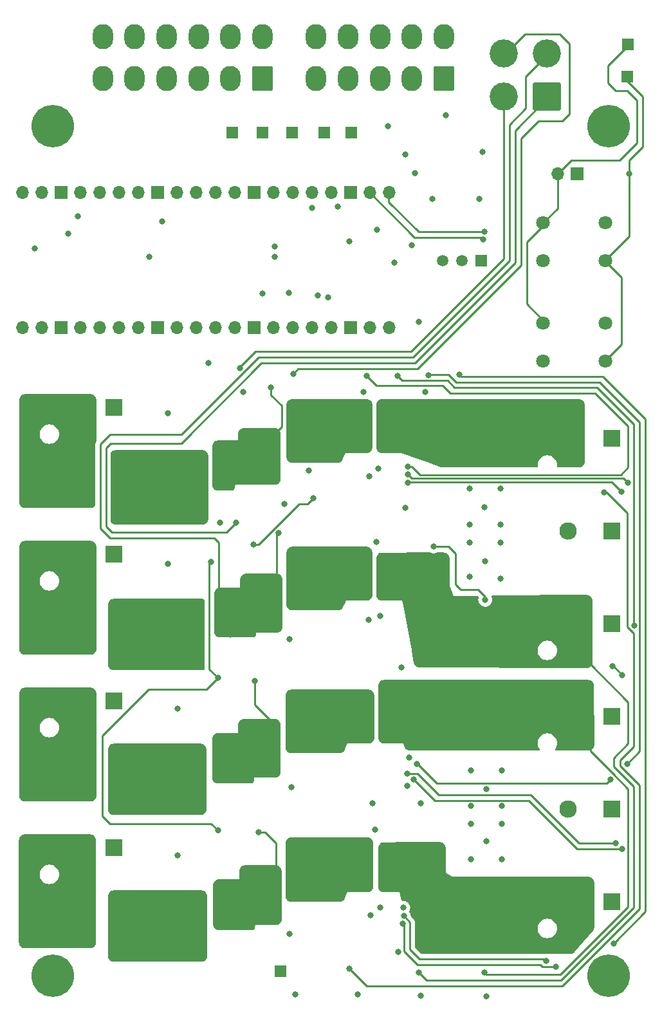
<source format=gbr>
%TF.GenerationSoftware,KiCad,Pcbnew,7.0.2*%
%TF.CreationDate,2023-09-23T20:32:53-04:00*%
%TF.ProjectId,Battery_Monitor_1.2,42617474-6572-4795-9f4d-6f6e69746f72,rev?*%
%TF.SameCoordinates,Original*%
%TF.FileFunction,Copper,L4,Bot*%
%TF.FilePolarity,Positive*%
%FSLAX46Y46*%
G04 Gerber Fmt 4.6, Leading zero omitted, Abs format (unit mm)*
G04 Created by KiCad (PCBNEW 7.0.2) date 2023-09-23 20:32:53*
%MOMM*%
%LPD*%
G01*
G04 APERTURE LIST*
G04 Aperture macros list*
%AMRoundRect*
0 Rectangle with rounded corners*
0 $1 Rounding radius*
0 $2 $3 $4 $5 $6 $7 $8 $9 X,Y pos of 4 corners*
0 Add a 4 corners polygon primitive as box body*
4,1,4,$2,$3,$4,$5,$6,$7,$8,$9,$2,$3,0*
0 Add four circle primitives for the rounded corners*
1,1,$1+$1,$2,$3*
1,1,$1+$1,$4,$5*
1,1,$1+$1,$6,$7*
1,1,$1+$1,$8,$9*
0 Add four rect primitives between the rounded corners*
20,1,$1+$1,$2,$3,$4,$5,0*
20,1,$1+$1,$4,$5,$6,$7,0*
20,1,$1+$1,$6,$7,$8,$9,0*
20,1,$1+$1,$8,$9,$2,$3,0*%
G04 Aperture macros list end*
%TA.AperFunction,ComponentPad*%
%ADD10R,1.500000X1.500000*%
%TD*%
%TA.AperFunction,ComponentPad*%
%ADD11C,2.300000*%
%TD*%
%TA.AperFunction,ComponentPad*%
%ADD12R,2.300000X2.300000*%
%TD*%
%TA.AperFunction,ComponentPad*%
%ADD13C,2.400000*%
%TD*%
%TA.AperFunction,ComponentPad*%
%ADD14C,5.600000*%
%TD*%
%TA.AperFunction,ComponentPad*%
%ADD15O,2.700000X3.300000*%
%TD*%
%TA.AperFunction,ComponentPad*%
%ADD16RoundRect,0.250001X1.099999X1.399999X-1.099999X1.399999X-1.099999X-1.399999X1.099999X-1.399999X0*%
%TD*%
%TA.AperFunction,ComponentPad*%
%ADD17O,1.700000X1.700000*%
%TD*%
%TA.AperFunction,ComponentPad*%
%ADD18R,1.700000X1.700000*%
%TD*%
%TA.AperFunction,ComponentPad*%
%ADD19C,1.508000*%
%TD*%
%TA.AperFunction,ComponentPad*%
%ADD20R,1.508000X1.508000*%
%TD*%
%TA.AperFunction,ComponentPad*%
%ADD21C,1.803400*%
%TD*%
%TA.AperFunction,ComponentPad*%
%ADD22C,3.700000*%
%TD*%
%TA.AperFunction,ComponentPad*%
%ADD23RoundRect,0.250002X1.599998X1.599998X-1.599998X1.599998X-1.599998X-1.599998X1.599998X-1.599998X0*%
%TD*%
%TA.AperFunction,ViaPad*%
%ADD24C,0.800000*%
%TD*%
%TA.AperFunction,Conductor*%
%ADD25C,0.250000*%
%TD*%
G04 APERTURE END LIST*
D10*
%TO.P,TP6,1,1*%
%TO.N,/I2C0_SCL*%
X115570000Y-51181000D03*
%TD*%
D11*
%TO.P,J14,2,Pin_2*%
%TO.N,Net-(J14-Pin_2)*%
X82184000Y-145288000D03*
D12*
%TO.P,J14,1,Pin_1*%
%TO.N,GND*%
X87884000Y-145288000D03*
%TD*%
D10*
%TO.P,TP2,1,1*%
%TO.N,+3.3V*%
X107442000Y-51181000D03*
%TD*%
D13*
%TO.P,F3,2*%
%TO.N,Net-(Q14-D)*%
X89288000Y-137336000D03*
X89288000Y-133936000D03*
%TO.P,F3,1*%
%TO.N,Net-(J11-Pin_2)*%
X79368000Y-137336000D03*
X79368000Y-133936000D03*
%TD*%
D10*
%TO.P,TP5,1,1*%
%TO.N,/I2C0_SDA*%
X119126000Y-51181000D03*
%TD*%
D14*
%TO.P,H1,1,1*%
%TO.N,GND*%
X79834003Y-50340997D03*
%TD*%
D10*
%TO.P,TP30,1,1*%
%TO.N,GND*%
X109855000Y-161544000D03*
%TD*%
D15*
%TO.P,J1,12,Pin_12*%
%TO.N,/GPIO_2*%
X86442000Y-38569000D03*
%TO.P,J1,11,Pin_11*%
%TO.N,/GPIO_1*%
X90642000Y-38569000D03*
%TO.P,J1,10,Pin_10*%
%TO.N,+3.3V*%
X94842000Y-38569000D03*
%TO.P,J1,9,Pin_9*%
X99042000Y-38569000D03*
%TO.P,J1,8,Pin_8*%
%TO.N,+5V*%
X103242000Y-38569000D03*
%TO.P,J1,7,Pin_7*%
X107442000Y-38569000D03*
%TO.P,J1,6,Pin_6*%
%TO.N,GND*%
X86442000Y-44069000D03*
%TO.P,J1,5,Pin_5*%
X90642000Y-44069000D03*
%TO.P,J1,4,Pin_4*%
X94842000Y-44069000D03*
%TO.P,J1,3,Pin_3*%
X99042000Y-44069000D03*
%TO.P,J1,2,Pin_2*%
X103242000Y-44069000D03*
D16*
%TO.P,J1,1,Pin_1*%
X107442000Y-44069000D03*
%TD*%
D10*
%TO.P,TP3,1,1*%
%TO.N,GND*%
X103505000Y-51181000D03*
%TD*%
D13*
%TO.P,F1,2*%
%TO.N,Net-(Q9-D)*%
X89288000Y-98728000D03*
X89288000Y-95328000D03*
%TO.P,F1,1*%
%TO.N,Net-(J8-Pin_2)*%
X79368000Y-98728000D03*
X79368000Y-95328000D03*
%TD*%
D11*
%TO.P,J15,2,Pin_2*%
%TO.N,/BATT4_OUT*%
X147716000Y-152400000D03*
D12*
%TO.P,J15,1,Pin_1*%
%TO.N,GND*%
X153416000Y-152400000D03*
%TD*%
D15*
%TO.P,J2,10,Pin_10*%
%TO.N,+5V*%
X114518000Y-38569000D03*
%TO.P,J2,9,Pin_9*%
%TO.N,+3.3V*%
X118718000Y-38569000D03*
%TO.P,J2,8,Pin_8*%
%TO.N,/LED_CTRL*%
X122918000Y-38569000D03*
%TO.P,J2,7,Pin_7*%
%TO.N,/I2C0_SCL*%
X127118000Y-38569000D03*
%TO.P,J2,6,Pin_6*%
%TO.N,+5V*%
X131318000Y-38569000D03*
%TO.P,J2,5,Pin_5*%
%TO.N,GND*%
X114518000Y-44069000D03*
%TO.P,J2,4,Pin_4*%
X118718000Y-44069000D03*
%TO.P,J2,3,Pin_3*%
X122918000Y-44069000D03*
%TO.P,J2,2,Pin_2*%
%TO.N,/I2C0_SDA*%
X127118000Y-44069000D03*
D16*
%TO.P,J2,1,Pin_1*%
%TO.N,GND*%
X131318000Y-44069000D03*
%TD*%
D14*
%TO.P,H4,1,1*%
%TO.N,GND*%
X152986003Y-162100997D03*
%TD*%
D11*
%TO.P,J9,2,Pin_2*%
%TO.N,/BATT1_OUT*%
X147716000Y-91440000D03*
D12*
%TO.P,J9,1,Pin_1*%
%TO.N,GND*%
X153416000Y-91440000D03*
%TD*%
D17*
%TO.P,J4,2,Pin_2*%
%TO.N,/CAN_L*%
X146309000Y-56642000D03*
D18*
%TO.P,J4,1,Pin_1*%
%TO.N,Net-(J4-Pin_1)*%
X148849000Y-56642000D03*
%TD*%
D11*
%TO.P,J12,2,Pin_2*%
%TO.N,/BATT3_OUT*%
X147716000Y-128016000D03*
D12*
%TO.P,J12,1,Pin_1*%
%TO.N,GND*%
X153416000Y-128016000D03*
%TD*%
D11*
%TO.P,J13,2,Pin_2*%
%TO.N,/BATT2_OUT*%
X147716000Y-115824000D03*
D12*
%TO.P,J13,1,Pin_1*%
%TO.N,GND*%
X153416000Y-115824000D03*
%TD*%
D11*
%TO.P,J10,2,Pin_2*%
%TO.N,/40V_OR*%
X147716000Y-103632000D03*
D12*
%TO.P,J10,1,Pin_1*%
%TO.N,GND*%
X153416000Y-103632000D03*
%TD*%
D14*
%TO.P,H2,1,1*%
%TO.N,GND*%
X152986003Y-50340997D03*
%TD*%
D19*
%TO.P,U5,3,+VOUT*%
%TO.N,Net-(D3-A)*%
X131191000Y-68036000D03*
%TO.P,U5,2,GND*%
%TO.N,GND*%
X133731000Y-68036000D03*
D20*
%TO.P,U5,1,+VIN*%
%TO.N,/REG_CTRL*%
X136271000Y-68036000D03*
%TD*%
D13*
%TO.P,F4,2*%
%TO.N,Net-(Q19-D)*%
X89288000Y-156640000D03*
X89288000Y-153240000D03*
%TO.P,F4,1*%
%TO.N,Net-(J14-Pin_2)*%
X79368000Y-156640000D03*
X79368000Y-153240000D03*
%TD*%
D14*
%TO.P,H3,1,1*%
%TO.N,GND*%
X79834003Y-162100997D03*
%TD*%
D21*
%TO.P,J6,4,Pin_4*%
%TO.N,/CAN_H*%
X144407000Y-81255124D03*
%TO.P,J6,3,Pin_3*%
X152606999Y-81255124D03*
%TO.P,J6,2,Pin_2*%
%TO.N,/CAN_L*%
X144407000Y-76255124D03*
%TO.P,J6,1,Pin_1*%
X152606999Y-76255124D03*
%TD*%
D10*
%TO.P,TP7,1,1*%
%TO.N,/CAN_L*%
X155575000Y-39624000D03*
%TD*%
D21*
%TO.P,J5,4,Pin_4*%
%TO.N,/CAN_H*%
X144407000Y-68047124D03*
%TO.P,J5,3,Pin_3*%
X152606999Y-68047124D03*
%TO.P,J5,2,Pin_2*%
%TO.N,/CAN_L*%
X144407000Y-63047124D03*
%TO.P,J5,1,Pin_1*%
X152606999Y-63047124D03*
%TD*%
D11*
%TO.P,J7,2,Pin_2*%
%TO.N,Net-(J7-Pin_2)*%
X82184000Y-106680000D03*
D12*
%TO.P,J7,1,Pin_1*%
%TO.N,GND*%
X87884000Y-106680000D03*
%TD*%
D17*
%TO.P,U3,40,VBUS*%
%TO.N,Net-(Q1-G)*%
X75844400Y-59106791D03*
%TO.P,U3,39,VSYS*%
%TO.N,Net-(Q1-S)*%
X78384400Y-59106791D03*
D18*
%TO.P,U3,38,GND*%
%TO.N,GND*%
X80924400Y-59106791D03*
D17*
%TO.P,U3,37,3V3_EN*%
%TO.N,unconnected-(U3-3V3_EN-Pad37)*%
X83464400Y-59106791D03*
%TO.P,U3,36,3V3*%
%TO.N,unconnected-(U3-3V3-Pad36)*%
X86004400Y-59106791D03*
%TO.P,U3,35,ADC_VREF*%
%TO.N,unconnected-(U3-ADC_VREF-Pad35)*%
X88544400Y-59106791D03*
%TO.P,U3,34,GPIO28_ADC2*%
%TO.N,unconnected-(U3-GPIO28_ADC2-Pad34)*%
X91084400Y-59106791D03*
D18*
%TO.P,U3,33,AGND*%
%TO.N,unconnected-(U3-AGND-Pad33)*%
X93624400Y-59106791D03*
D17*
%TO.P,U3,32,GPIO27_ADC1*%
%TO.N,/GPIO_2*%
X96164400Y-59106791D03*
%TO.P,U3,31,GPIO26_ADC0*%
%TO.N,/GPIO_1*%
X98704400Y-59106791D03*
%TO.P,U3,30,RUN*%
%TO.N,unconnected-(U3-RUN-Pad30)*%
X101244400Y-59106791D03*
%TO.P,U3,29,GPIO22*%
%TO.N,unconnected-(U3-GPIO22-Pad29)*%
X103784400Y-59106791D03*
D18*
%TO.P,U3,28,GND*%
%TO.N,GND*%
X106324400Y-59106791D03*
D17*
%TO.P,U3,27,GPIO21*%
%TO.N,unconnected-(U3-GPIO21-Pad27)*%
X108864400Y-59106791D03*
%TO.P,U3,26,GPIO20*%
%TO.N,unconnected-(U3-GPIO20-Pad26)*%
X111404400Y-59106791D03*
%TO.P,U3,25,GPIO19*%
%TO.N,unconnected-(U3-GPIO19-Pad25)*%
X113944400Y-59106791D03*
%TO.P,U3,24,GPIO18*%
%TO.N,/LED_CTRL*%
X116484400Y-59106791D03*
D18*
%TO.P,U3,23,GND*%
%TO.N,GND*%
X119024400Y-59106791D03*
D17*
%TO.P,U3,22,GPIO17*%
%TO.N,/I2C0_SCL*%
X121564400Y-59106791D03*
%TO.P,U3,21,GPIO16*%
%TO.N,/I2C0_SDA*%
X124104400Y-59106791D03*
%TO.P,U3,20,GPIO15*%
%TO.N,unconnected-(U3-GPIO15-Pad20)*%
X124104400Y-76886791D03*
%TO.P,U3,19,GPIO14*%
%TO.N,unconnected-(U3-GPIO14-Pad19)*%
X121564400Y-76886791D03*
D18*
%TO.P,U3,18,GND*%
%TO.N,GND*%
X119024400Y-76886791D03*
D17*
%TO.P,U3,17,GPIO13*%
%TO.N,/SHDN_4*%
X116484400Y-76886791D03*
%TO.P,U3,16,GPIO12*%
%TO.N,/SHDN_3*%
X113944400Y-76886791D03*
%TO.P,U3,15,GPIO11*%
%TO.N,/SHDN_2*%
X111404400Y-76886791D03*
%TO.P,U3,14,GPIO10*%
%TO.N,/SHDN_1*%
X108864400Y-76886791D03*
D18*
%TO.P,U3,13,GND*%
%TO.N,GND*%
X106324400Y-76886791D03*
D17*
%TO.P,U3,12,GPIO9*%
%TO.N,/SPIO_CSn*%
X103784400Y-76886791D03*
%TO.P,U3,11,GPIO8*%
%TO.N,/SPIO_RX*%
X101244400Y-76886791D03*
%TO.P,U3,10,GPIO7*%
%TO.N,/SPIO_TX*%
X98704400Y-76886791D03*
%TO.P,U3,9,GPIO6*%
%TO.N,/SPIO_SCK*%
X96164400Y-76886791D03*
D18*
%TO.P,U3,8,GND*%
%TO.N,GND*%
X93624400Y-76886791D03*
D17*
%TO.P,U3,7,GPIO5*%
%TO.N,/INT*%
X91084400Y-76886791D03*
%TO.P,U3,6,GPIO4*%
%TO.N,unconnected-(U3-GPIO4-Pad6)*%
X88544400Y-76886791D03*
%TO.P,U3,5,GPIO3*%
%TO.N,unconnected-(U3-GPIO3-Pad5)*%
X86004400Y-76886791D03*
%TO.P,U3,4,GPIO2*%
%TO.N,unconnected-(U3-GPIO2-Pad4)*%
X83464400Y-76886791D03*
D18*
%TO.P,U3,3,GND*%
%TO.N,GND*%
X80924400Y-76886791D03*
D17*
%TO.P,U3,2,GPIO1*%
%TO.N,unconnected-(U3-GPIO1-Pad2)*%
X78384400Y-76886791D03*
%TO.P,U3,1,GPIO0*%
%TO.N,unconnected-(U3-GPIO0-Pad1)*%
X75844400Y-76886791D03*
%TD*%
D11*
%TO.P,J11,2,Pin_2*%
%TO.N,Net-(J11-Pin_2)*%
X82184000Y-125984000D03*
D12*
%TO.P,J11,1,Pin_1*%
%TO.N,GND*%
X87884000Y-125984000D03*
%TD*%
D11*
%TO.P,J8,2,Pin_2*%
%TO.N,Net-(J8-Pin_2)*%
X82184000Y-87376000D03*
D12*
%TO.P,J8,1,Pin_1*%
%TO.N,GND*%
X87884000Y-87376000D03*
%TD*%
D10*
%TO.P,TP4,1,1*%
%TO.N,+5V*%
X111379000Y-51181000D03*
%TD*%
D22*
%TO.P,J3,4,Pin_4*%
%TO.N,/BATT1_IN*%
X139207000Y-40782000D03*
%TO.P,J3,3,Pin_3*%
%TO.N,/BATT2_IN*%
X144907000Y-40782000D03*
%TO.P,J3,2,Pin_2*%
%TO.N,/BATT1_CTRL*%
X139207000Y-46482000D03*
D23*
%TO.P,J3,1,Pin_1*%
%TO.N,/BATT2_CTRL*%
X144907000Y-46482000D03*
%TD*%
D10*
%TO.P,TP8,1,1*%
%TO.N,/CAN_H*%
X155448000Y-43815000D03*
%TD*%
D11*
%TO.P,J16,2,Pin_2*%
%TO.N,/12V_OR*%
X147716000Y-140208000D03*
D12*
%TO.P,J16,1,Pin_1*%
%TO.N,GND*%
X153416000Y-140208000D03*
%TD*%
D13*
%TO.P,F2,2*%
%TO.N,Net-(Q15-D)*%
X89288000Y-118032000D03*
X89288000Y-114632000D03*
%TO.P,F2,1*%
%TO.N,Net-(J7-Pin_2)*%
X79368000Y-118032000D03*
X79368000Y-114632000D03*
%TD*%
D24*
%TO.N,+5V*%
X136017000Y-59944000D03*
X127127000Y-66040000D03*
X110896400Y-72288400D03*
X124841000Y-68326000D03*
X109093000Y-66167000D03*
X107442000Y-72390000D03*
X77470000Y-66421000D03*
X116078000Y-72898000D03*
%TO.N,/BATT1_OUT*%
X124872198Y-89423419D03*
X124745198Y-90947419D03*
X123221198Y-92344419D03*
X118872000Y-161163000D03*
X123221198Y-89423419D03*
X152400000Y-98552000D03*
X124618198Y-92344419D03*
X123221198Y-90947419D03*
%TO.N,GND*%
X125349000Y-159004000D03*
X94996000Y-88138000D03*
X111760000Y-164592000D03*
X121920000Y-139446000D03*
X122301000Y-142875000D03*
X96266000Y-127000000D03*
X94996000Y-107950000D03*
X100330000Y-81534000D03*
X126238000Y-100584000D03*
X120015000Y-164592000D03*
X136398000Y-53721000D03*
X122428000Y-105029000D03*
X136906000Y-164846000D03*
X120777000Y-85344000D03*
X121514622Y-96399756D03*
X110363000Y-100076000D03*
X125730000Y-121539000D03*
X127508000Y-56515000D03*
X128270000Y-164719000D03*
X110998000Y-117856000D03*
X83185000Y-62230000D03*
X121471690Y-115316000D03*
X122713198Y-95383756D03*
X128270000Y-139446000D03*
X126489800Y-137122992D03*
X113995200Y-61061600D03*
X109093000Y-67564000D03*
X114757200Y-72644000D03*
X101854000Y-102489000D03*
X110998000Y-156591000D03*
X128016000Y-76073000D03*
X126238000Y-54102000D03*
X126746000Y-133387500D03*
X122936000Y-153124992D03*
X111252000Y-137287000D03*
X128905000Y-85344000D03*
X94234000Y-62865000D03*
X96266000Y-146304000D03*
X81915000Y-64516000D03*
X122995690Y-114808000D03*
X121666000Y-154178000D03*
X92583000Y-67564000D03*
%TO.N,/BATT2_IN*%
X105410000Y-109855000D03*
X109601000Y-103886000D03*
X101727000Y-112014000D03*
X109474000Y-113157000D03*
X106553000Y-115697000D03*
X109347000Y-115443000D03*
X103251000Y-117221000D03*
X109601000Y-109728000D03*
%TO.N,/BATT3_IN*%
X109220000Y-134747000D03*
X101473000Y-130937000D03*
X106426000Y-123317000D03*
X103251000Y-136398000D03*
X109220000Y-129286000D03*
X106172000Y-135128000D03*
X109220000Y-132334000D03*
X105664000Y-128905000D03*
%TO.N,/BATT4_IN*%
X106934000Y-143256000D03*
X109220000Y-154178000D03*
X109220000Y-148590000D03*
X101854000Y-150368000D03*
X105664000Y-148463000D03*
X102743000Y-155702000D03*
X106553000Y-154432000D03*
X109220000Y-151638000D03*
%TO.N,/BATT1_IN*%
X105283000Y-90678000D03*
X103378000Y-97790000D03*
X111506000Y-82931000D03*
X109347000Y-90551000D03*
X109347000Y-96139000D03*
X101473000Y-92456000D03*
X108585000Y-84709000D03*
X106299000Y-96393000D03*
%TO.N,/BATT1_CTRL*%
X104521000Y-82169000D03*
%TO.N,/BATT2_CTRL*%
X104013000Y-102489000D03*
%TO.N,/BATT1*%
X120935198Y-89550419D03*
X116967000Y-91948000D03*
X112268000Y-91948000D03*
X119157198Y-92471419D03*
X120808198Y-91074419D03*
X119284198Y-89550419D03*
X114681000Y-90043000D03*
X116967000Y-87884000D03*
X112141000Y-87884000D03*
X119284198Y-91074419D03*
X120808198Y-92471419D03*
%TO.N,/BATT3*%
X121028800Y-129375992D03*
X112268000Y-130556000D03*
X121028800Y-130772992D03*
X121028800Y-127978992D03*
X116967000Y-126492000D03*
X119377800Y-127978992D03*
X119377800Y-129375992D03*
X112268000Y-126492000D03*
X114681000Y-128397000D03*
X119377800Y-130772992D03*
X116967000Y-130556000D03*
%TO.N,/BATT2*%
X116967000Y-111506000D03*
X119312690Y-108966000D03*
X112268000Y-111506000D03*
X121090690Y-108966000D03*
X112268000Y-107442000D03*
X114681000Y-109347000D03*
X119312690Y-112014000D03*
X116967000Y-107442000D03*
X121090690Y-110617000D03*
X120963690Y-112014000D03*
X119312690Y-110617000D03*
%TO.N,/BATT4*%
X120904000Y-150114000D03*
X112268000Y-145796000D03*
X112268000Y-149860000D03*
X119253000Y-148463000D03*
X120904000Y-148463000D03*
X119253000Y-147193000D03*
X114554000Y-147574000D03*
X119253000Y-150114000D03*
X116967000Y-145796000D03*
X120904000Y-147193000D03*
X116967000Y-149860000D03*
%TO.N,/CAN_H*%
X155702000Y-56642000D03*
%TO.N,/BATT2_OUT*%
X124900690Y-110617000D03*
X123249690Y-110490000D03*
X124900690Y-108966000D03*
X124773690Y-112014000D03*
X128016000Y-161671000D03*
X123122690Y-112014000D03*
X123249690Y-108966000D03*
%TO.N,/BATT1_GATE*%
X113538000Y-95631000D03*
X104902000Y-85344000D03*
%TO.N,/ESTOP_CTRL*%
X114173000Y-99314000D03*
X101600000Y-143002000D03*
X100711000Y-107696000D03*
X101600000Y-122936000D03*
X106299000Y-105410000D03*
%TO.N,/40V_OR*%
X138811000Y-98044000D03*
X134747000Y-109601000D03*
X138811000Y-105156000D03*
X136779000Y-107569000D03*
X134747000Y-105156000D03*
X134747000Y-102743000D03*
X138811000Y-109855000D03*
X138811000Y-102743000D03*
X134747000Y-98044000D03*
X136652000Y-100457000D03*
%TO.N,/BATT4_OUT*%
X124968000Y-150114000D03*
X123317000Y-148590000D03*
X123317000Y-150114000D03*
X124968000Y-147193000D03*
X123317000Y-147193000D03*
X124968000Y-148590000D03*
%TO.N,/BATT3_OUT*%
X123441800Y-129248992D03*
X124965800Y-129375992D03*
X123441800Y-130518992D03*
X124965800Y-130518992D03*
X136652000Y-161671000D03*
X123441800Y-127851992D03*
X124838800Y-127851992D03*
%TO.N,/12V_OR*%
X136906000Y-144399000D03*
X138938000Y-139789500D03*
X134874000Y-142113000D03*
X136906000Y-137541000D03*
X138938000Y-135128000D03*
X138938000Y-142113000D03*
X134874000Y-139789500D03*
X134874000Y-146812000D03*
X138938000Y-146812000D03*
X134874000Y-135128000D03*
%TO.N,/I2C0_SDA*%
X144780000Y-160184500D03*
X136652000Y-64262000D03*
X126067529Y-154270127D03*
X154813000Y-122555000D03*
X126619000Y-96139000D03*
X154813000Y-145415000D03*
X155575000Y-97282000D03*
X127381000Y-136271000D03*
X153543000Y-121412000D03*
%TO.N,/I2C0_SCL*%
X125953053Y-155263052D03*
X154686000Y-98425000D03*
X126492000Y-135509000D03*
X136525000Y-65278000D03*
X153924000Y-144690500D03*
X126619000Y-97282000D03*
X146050000Y-160909000D03*
%TO.N,+3.3V*%
X117348000Y-60960000D03*
X118872000Y-65532000D03*
X122555000Y-64008000D03*
X129794000Y-59944000D03*
X123972000Y-50312000D03*
X131572000Y-48895000D03*
%TO.N,Net-(Q9-D)*%
X93726000Y-99314000D03*
X96266000Y-96901000D03*
X98806000Y-99314000D03*
X98806000Y-94742000D03*
X93726000Y-94742000D03*
%TO.N,Net-(Q15-D)*%
X98552000Y-114300000D03*
X96139000Y-116332000D03*
X98552000Y-118364000D03*
X93853000Y-114300000D03*
X93853000Y-118364000D03*
%TO.N,Net-(Q14-D)*%
X98552000Y-133604000D03*
X98552000Y-137668000D03*
X93853000Y-137668000D03*
X96139000Y-135636000D03*
X93853000Y-133604000D03*
%TO.N,Net-(Q19-D)*%
X98552000Y-156972000D03*
X93853000Y-156972000D03*
X96266000Y-155067000D03*
X98552000Y-152908000D03*
X93853000Y-152908000D03*
%TO.N,Net-(Q2-D)*%
X153289000Y-136271000D03*
X155448000Y-134239000D03*
X127762000Y-134239000D03*
X129286000Y-83095500D03*
%TO.N,Net-(Q3-D)*%
X133350000Y-83058000D03*
X153670000Y-157861000D03*
X125984000Y-153162000D03*
%TO.N,Net-(Q4-D)*%
X126619000Y-95139497D03*
X121158000Y-83184989D03*
%TO.N,Net-(Q5-D)*%
X125222000Y-83185000D03*
X156374500Y-116078000D03*
%TO.N,Net-(Q11-G)*%
X136779000Y-112649000D03*
X129971800Y-105613200D03*
%TD*%
D25*
%TO.N,/BATT1_OUT*%
X154559000Y-134493000D02*
X157099000Y-137033000D01*
X152772386Y-98552000D02*
X155485489Y-101265103D01*
X155485489Y-101265103D02*
X155485489Y-116242489D01*
X157099000Y-153289000D02*
X146939000Y-163449000D01*
X156337000Y-131953000D02*
X154559000Y-133731000D01*
X157099000Y-137033000D02*
X157099000Y-153289000D01*
X154559000Y-133731000D02*
X154559000Y-134493000D01*
X155485489Y-116242489D02*
X156337000Y-117094000D01*
X152400000Y-98552000D02*
X152772386Y-98552000D01*
X146939000Y-163449000D02*
X121158000Y-163449000D01*
X156337000Y-117094000D02*
X156337000Y-131953000D01*
X121158000Y-163449000D02*
X118872000Y-161163000D01*
%TO.N,/BATT2_IN*%
X109601000Y-109728000D02*
X109347000Y-109474000D01*
X96782614Y-90932000D02*
X87376000Y-90932000D01*
X142113000Y-48006000D02*
X139954000Y-50165000D01*
X101092000Y-104521000D02*
X101727000Y-105156000D01*
X144907000Y-40782000D02*
X144907000Y-41036000D01*
X109347000Y-104140000D02*
X109601000Y-103886000D01*
X109347000Y-109474000D02*
X109347000Y-104140000D01*
X87376000Y-104521000D02*
X101092000Y-104521000D01*
X127254000Y-80772000D02*
X106942614Y-80772000D01*
X87376000Y-90932000D02*
X86106000Y-92202000D01*
X142113000Y-43830000D02*
X142113000Y-48006000D01*
X139954000Y-50165000D02*
X139954000Y-68072000D01*
X139954000Y-68072000D02*
X127254000Y-80772000D01*
X101727000Y-105156000D02*
X101727000Y-112014000D01*
X106942614Y-80772000D02*
X96782614Y-90932000D01*
X86106000Y-92202000D02*
X86106000Y-103251000D01*
X144907000Y-41036000D02*
X142113000Y-43830000D01*
X86106000Y-103251000D02*
X87376000Y-104521000D01*
%TO.N,/BATT3_IN*%
X106426000Y-126492000D02*
X106426000Y-123317000D01*
X109220000Y-129286000D02*
X106426000Y-126492000D01*
%TO.N,/BATT4_IN*%
X107823000Y-143256000D02*
X109220000Y-144653000D01*
X106934000Y-143256000D02*
X107823000Y-143256000D01*
X109220000Y-144653000D02*
X109220000Y-148590000D01*
%TO.N,/BATT1_IN*%
X111506000Y-82931000D02*
X112141000Y-82296000D01*
X147828000Y-39497000D02*
X146558000Y-38227000D01*
X108585000Y-84709000D02*
X108585000Y-85725000D01*
X112141000Y-82296000D02*
X127825500Y-82296000D01*
X147828000Y-48768000D02*
X147828000Y-39497000D01*
X141478000Y-51943000D02*
X143764000Y-49657000D01*
X127825500Y-82296000D02*
X141478000Y-68643500D01*
X139461000Y-40782000D02*
X139207000Y-40782000D01*
X146558000Y-38227000D02*
X142016000Y-38227000D01*
X141478000Y-68643500D02*
X141478000Y-51943000D01*
X109982000Y-89916000D02*
X109347000Y-90551000D01*
X142016000Y-38227000D02*
X139461000Y-40782000D01*
X146939000Y-49657000D02*
X147828000Y-48768000D01*
X143764000Y-49657000D02*
X146939000Y-49657000D01*
X109982000Y-87122000D02*
X109982000Y-89916000D01*
X108585000Y-85725000D02*
X109982000Y-87122000D01*
%TO.N,/BATT1_CTRL*%
X139192000Y-67818000D02*
X127000000Y-80010000D01*
X139192000Y-46497000D02*
X139192000Y-67818000D01*
X127000000Y-80010000D02*
X106553000Y-80010000D01*
X139207000Y-46482000D02*
X139192000Y-46497000D01*
X106553000Y-80010000D02*
X104521000Y-82042000D01*
X104521000Y-82042000D02*
X104521000Y-82169000D01*
%TO.N,/BATT2_CTRL*%
X87503000Y-92075000D02*
X86868000Y-92710000D01*
X144907000Y-46482000D02*
X144907000Y-46736000D01*
X86868000Y-92710000D02*
X86868000Y-102997000D01*
X102743000Y-103759000D02*
X104013000Y-102489000D01*
X86868000Y-102997000D02*
X87630000Y-103759000D01*
X127508000Y-81534000D02*
X107315000Y-81534000D01*
X87630000Y-103759000D02*
X102743000Y-103759000D01*
X96774000Y-92075000D02*
X87503000Y-92075000D01*
X107315000Y-81534000D02*
X96774000Y-92075000D01*
X140716000Y-68326000D02*
X127508000Y-81534000D01*
X140716000Y-50927000D02*
X140716000Y-68326000D01*
X144907000Y-46736000D02*
X140716000Y-50927000D01*
%TO.N,/CAN_H*%
X152606999Y-67936224D02*
X152606999Y-68047124D01*
X152606999Y-68158024D02*
X154686000Y-70237025D01*
X155702000Y-54848000D02*
X157480000Y-53070000D01*
X154686000Y-79065223D02*
X152606999Y-81144224D01*
X152606999Y-68047124D02*
X152606999Y-68158024D01*
X157480000Y-46431200D02*
X155448000Y-44399200D01*
X157480000Y-53070000D02*
X157480000Y-46431200D01*
X155702000Y-56642000D02*
X155702000Y-54848000D01*
X155702000Y-64841223D02*
X152606999Y-67936224D01*
X154686000Y-70237025D02*
X154686000Y-79065223D01*
X152606999Y-81144224D02*
X152606999Y-81255124D01*
X155448000Y-44399200D02*
X155448000Y-43815000D01*
X155702000Y-56642000D02*
X155702000Y-64841223D01*
%TO.N,/BATT2_OUT*%
X155575000Y-131572000D02*
X155575000Y-126111000D01*
X156337000Y-153112870D02*
X156337000Y-137223141D01*
X146762870Y-162687000D02*
X156337000Y-153112870D01*
X153670000Y-133477000D02*
X155575000Y-131572000D01*
X128016000Y-161671000D02*
X128016000Y-161679598D01*
X156337000Y-137223141D02*
X153670000Y-134556141D01*
X155575000Y-126111000D02*
X150622000Y-121158000D01*
X128016000Y-161679598D02*
X129023402Y-162687000D01*
X129023402Y-162687000D02*
X146762870Y-162687000D01*
X153670000Y-134556141D02*
X153670000Y-133477000D01*
%TO.N,/CAN_L*%
X155448000Y-45720000D02*
X156718000Y-46990000D01*
X148087000Y-54864000D02*
X146309000Y-56642000D01*
X144407000Y-63428124D02*
X142240000Y-65595124D01*
X153924000Y-45720000D02*
X155448000Y-45720000D01*
X156718000Y-46990000D02*
X156718000Y-52578000D01*
X152908000Y-44704000D02*
X153924000Y-45720000D01*
X142240000Y-73707124D02*
X144407000Y-75874124D01*
X155575000Y-39751000D02*
X152908000Y-42418000D01*
X142240000Y-65595124D02*
X142240000Y-73707124D01*
X146309000Y-61145124D02*
X144407000Y-63047124D01*
X144407000Y-75874124D02*
X144407000Y-76255124D01*
X154432000Y-54864000D02*
X148087000Y-54864000D01*
X144407000Y-63047124D02*
X144407000Y-63428124D01*
X152908000Y-42418000D02*
X152908000Y-44704000D01*
X155575000Y-39624000D02*
X155575000Y-39751000D01*
X146309000Y-56642000D02*
X146309000Y-61145124D01*
X156718000Y-52578000D02*
X154432000Y-54864000D01*
%TO.N,/ESTOP_CTRL*%
X106299000Y-105410000D02*
X106934000Y-105410000D01*
X101600000Y-143002000D02*
X100711000Y-142113000D01*
X92456000Y-124460000D02*
X100076000Y-124460000D01*
X87376000Y-142113000D02*
X86360000Y-141097000D01*
X100711000Y-107696000D02*
X100457000Y-107950000D01*
X100457000Y-121793000D02*
X101600000Y-122936000D01*
X100457000Y-107950000D02*
X100457000Y-121793000D01*
X100711000Y-142113000D02*
X87376000Y-142113000D01*
X106934000Y-105410000D02*
X112268000Y-100076000D01*
X100076000Y-124460000D02*
X101600000Y-122936000D01*
X112268000Y-100076000D02*
X113411000Y-100076000D01*
X86360000Y-130556000D02*
X92456000Y-124460000D01*
X86360000Y-141097000D02*
X86360000Y-130556000D01*
X113411000Y-100076000D02*
X114173000Y-99314000D01*
%TO.N,/BATT3_OUT*%
X155575000Y-137532386D02*
X153589103Y-135546489D01*
X150622000Y-132588000D02*
X150622000Y-132207000D01*
X136652000Y-161671000D02*
X136906000Y-161925000D01*
X136906000Y-161925000D02*
X146685000Y-161925000D01*
X146685000Y-161925000D02*
X155575000Y-153035000D01*
X155575000Y-153035000D02*
X155575000Y-137532386D01*
X153589103Y-135546489D02*
X153580489Y-135546489D01*
X153580489Y-135546489D02*
X150622000Y-132588000D01*
%TO.N,/I2C0_SDA*%
X136652000Y-64262000D02*
X128016000Y-64262000D01*
X128016000Y-64262000D02*
X124079000Y-60325000D01*
X126873000Y-158623000D02*
X126873000Y-155075598D01*
X128143000Y-159893000D02*
X126873000Y-158623000D01*
X126873000Y-155075598D02*
X126067529Y-154270127D01*
X144488500Y-159893000D02*
X128143000Y-159893000D01*
X144780000Y-160184500D02*
X144488500Y-159893000D01*
X153670000Y-121412000D02*
X154813000Y-122555000D01*
X124079000Y-60325000D02*
X124079000Y-59132191D01*
X154940000Y-96647000D02*
X127127000Y-96647000D01*
X127127000Y-96647000D02*
X126619000Y-96139000D01*
X148844000Y-145415000D02*
X142494000Y-139065000D01*
X155575000Y-97282000D02*
X154940000Y-96647000D01*
X142494000Y-139065000D02*
X130175000Y-139065000D01*
X153543000Y-121412000D02*
X153670000Y-121412000D01*
X154813000Y-145415000D02*
X148844000Y-145415000D01*
X130175000Y-139065000D02*
X127381000Y-136271000D01*
%TO.N,/I2C0_SCL*%
X144263386Y-160909000D02*
X144009386Y-160655000D01*
X153924000Y-144690500D02*
X153886500Y-144653000D01*
X153886500Y-144653000D02*
X149098000Y-144653000D01*
X130683000Y-138303000D02*
X127889000Y-135509000D01*
X126708511Y-97192489D02*
X126619000Y-97282000D01*
X136271000Y-65024000D02*
X127481609Y-65024000D01*
X142748000Y-138303000D02*
X130683000Y-138303000D01*
X146050000Y-160909000D02*
X144263386Y-160909000D01*
X153453489Y-97192489D02*
X126708511Y-97192489D01*
X136525000Y-65278000D02*
X136271000Y-65024000D01*
X154686000Y-98425000D02*
X153453489Y-97192489D01*
X126111000Y-155420999D02*
X125953053Y-155263052D01*
X126111000Y-158877000D02*
X126111000Y-155420999D01*
X127481609Y-65024000D02*
X121564400Y-59106791D01*
X127889000Y-135509000D02*
X126492000Y-135509000D01*
X127889000Y-160655000D02*
X126111000Y-158877000D01*
X149098000Y-144653000D02*
X142748000Y-138303000D01*
X144009386Y-160655000D02*
X127889000Y-160655000D01*
%TO.N,Net-(Q2-D)*%
X157099000Y-132588000D02*
X155448000Y-134239000D01*
X130429000Y-136779000D02*
X152781000Y-136779000D01*
X132931511Y-84036511D02*
X151854511Y-84036511D01*
X157099000Y-89281000D02*
X157099000Y-132588000D01*
X127889000Y-134239000D02*
X130429000Y-136779000D01*
X129323500Y-83058000D02*
X131953000Y-83058000D01*
X151854511Y-84036511D02*
X157099000Y-89281000D01*
X127762000Y-134239000D02*
X127889000Y-134239000D01*
X129286000Y-83095500D02*
X129323500Y-83058000D01*
X152781000Y-136779000D02*
X153289000Y-136271000D01*
X131953000Y-83058000D02*
X132931511Y-84036511D01*
%TO.N,Net-(Q3-D)*%
X152273000Y-83312000D02*
X157861000Y-88900000D01*
X133604000Y-83312000D02*
X152273000Y-83312000D01*
X157861000Y-88900000D02*
X157861000Y-153670000D01*
X157861000Y-153670000D02*
X153670000Y-157861000D01*
X133350000Y-83058000D02*
X133604000Y-83312000D01*
%TO.N,Net-(Q4-D)*%
X128198521Y-96194521D02*
X127143497Y-95139497D01*
X127143497Y-95139497D02*
X126619000Y-95139497D01*
X131191000Y-84455000D02*
X132207000Y-85471000D01*
X155575000Y-95250000D02*
X154630479Y-96194521D01*
X155575000Y-89789000D02*
X155575000Y-95250000D01*
X151257000Y-85471000D02*
X155575000Y-89789000D01*
X121158000Y-83184989D02*
X122428011Y-84455000D01*
X132207000Y-85471000D02*
X151257000Y-85471000D01*
X122428011Y-84455000D02*
X131191000Y-84455000D01*
X154630479Y-96194521D02*
X128198521Y-96194521D01*
%TO.N,Net-(Q5-D)*%
X151511000Y-84709000D02*
X156337000Y-89535000D01*
X131825641Y-83820000D02*
X132714641Y-84709000D01*
X156337000Y-89535000D02*
X156337000Y-116040500D01*
X125857000Y-83820000D02*
X131825641Y-83820000D01*
X132714641Y-84709000D02*
X151511000Y-84709000D01*
X156337000Y-116040500D02*
X156374500Y-116078000D01*
X125222000Y-83185000D02*
X125857000Y-83820000D01*
%TO.N,Net-(Q11-G)*%
X136779000Y-112268000D02*
X135843897Y-111332897D01*
X135843897Y-111332897D02*
X133557897Y-111332897D01*
X133557897Y-111332897D02*
X132842000Y-110617000D01*
X131902200Y-105613200D02*
X129971800Y-105613200D01*
X132842000Y-110617000D02*
X132842000Y-106553000D01*
X136779000Y-112649000D02*
X136779000Y-112268000D01*
X132842000Y-106553000D02*
X131902200Y-105613200D01*
%TD*%
%TA.AperFunction,Conductor*%
%TO.N,/BATT4_IN*%
G36*
X109227028Y-147574792D02*
G01*
X109252722Y-147577687D01*
X109375460Y-147591516D01*
X109402956Y-147597792D01*
X109537220Y-147644773D01*
X109562634Y-147657012D01*
X109683081Y-147732693D01*
X109705141Y-147750286D01*
X109805713Y-147850858D01*
X109823306Y-147872918D01*
X109898987Y-147993365D01*
X109911228Y-148018784D01*
X109958205Y-148153035D01*
X109964484Y-148180543D01*
X109981208Y-148328970D01*
X109982000Y-148343078D01*
X109982000Y-154678921D01*
X109981208Y-154693029D01*
X109964484Y-154841456D01*
X109958205Y-154868964D01*
X109911228Y-155003215D01*
X109898987Y-155028634D01*
X109823306Y-155149081D01*
X109805713Y-155171141D01*
X109705141Y-155271713D01*
X109683081Y-155289306D01*
X109562634Y-155364987D01*
X109537215Y-155377228D01*
X109402964Y-155424205D01*
X109375456Y-155430484D01*
X109227029Y-155447208D01*
X109212921Y-155448000D01*
X106508082Y-155448000D01*
X106467041Y-155765500D01*
X106434323Y-155868046D01*
X106413094Y-155907932D01*
X106360555Y-155974331D01*
X106326618Y-156004164D01*
X106254030Y-156047758D01*
X106211752Y-156063699D01*
X106142463Y-156076328D01*
X106117060Y-156080958D01*
X106094469Y-156083000D01*
X101734079Y-156083000D01*
X101719971Y-156082208D01*
X101571543Y-156065484D01*
X101544037Y-156059205D01*
X101409783Y-156012227D01*
X101384365Y-155999987D01*
X101263918Y-155924306D01*
X101241858Y-155906713D01*
X101141286Y-155806141D01*
X101123693Y-155784081D01*
X101048012Y-155663634D01*
X101035773Y-155638220D01*
X100988792Y-155503956D01*
X100982516Y-155476460D01*
X100965792Y-155328028D01*
X100965000Y-155313921D01*
X100965000Y-150197278D01*
X100965792Y-150183171D01*
X100966214Y-150179418D01*
X100982516Y-150034737D01*
X100988791Y-150007245D01*
X101035774Y-149872975D01*
X101048012Y-149847565D01*
X101123693Y-149727118D01*
X101141282Y-149705062D01*
X101241862Y-149604482D01*
X101263918Y-149586893D01*
X101384365Y-149511212D01*
X101409775Y-149498974D01*
X101544045Y-149451991D01*
X101571537Y-149445716D01*
X101697586Y-149431514D01*
X101719972Y-149428992D01*
X101734079Y-149428200D01*
X103628465Y-149428200D01*
X103632000Y-149428200D01*
X104394000Y-149428200D01*
X104394000Y-148343077D01*
X104394792Y-148328971D01*
X104397264Y-148307025D01*
X104411516Y-148180537D01*
X104417791Y-148153045D01*
X104464774Y-148018775D01*
X104477012Y-147993365D01*
X104552693Y-147872918D01*
X104570282Y-147850862D01*
X104670862Y-147750282D01*
X104692918Y-147732693D01*
X104813365Y-147657012D01*
X104838775Y-147644774D01*
X104973045Y-147597791D01*
X105000537Y-147591516D01*
X105126586Y-147577314D01*
X105148972Y-147574792D01*
X105163079Y-147574000D01*
X109212921Y-147574000D01*
X109227028Y-147574792D01*
G37*
%TD.AperFunction*%
%TD*%
%TA.AperFunction,Conductor*%
%TO.N,Net-(Q14-D)*%
G36*
X99321028Y-131572792D02*
G01*
X99346722Y-131575687D01*
X99469460Y-131589516D01*
X99496956Y-131595792D01*
X99631220Y-131642773D01*
X99656634Y-131655012D01*
X99777081Y-131730693D01*
X99799141Y-131748286D01*
X99899713Y-131848858D01*
X99917306Y-131870918D01*
X99992987Y-131991365D01*
X100005228Y-132016784D01*
X100052205Y-132151035D01*
X100058484Y-132178543D01*
X100075208Y-132326970D01*
X100076000Y-132341078D01*
X100076000Y-140200921D01*
X100075208Y-140215029D01*
X100058484Y-140363456D01*
X100052205Y-140390964D01*
X100005228Y-140525215D01*
X99992987Y-140550634D01*
X99917306Y-140671081D01*
X99899713Y-140693141D01*
X99799141Y-140793713D01*
X99777081Y-140811306D01*
X99656634Y-140886987D01*
X99631215Y-140899228D01*
X99496964Y-140946205D01*
X99469456Y-140952484D01*
X99321029Y-140969208D01*
X99306921Y-140970000D01*
X87891079Y-140970000D01*
X87876971Y-140969208D01*
X87728543Y-140952484D01*
X87701037Y-140946205D01*
X87566783Y-140899227D01*
X87541365Y-140886987D01*
X87420918Y-140811306D01*
X87398858Y-140793713D01*
X87298286Y-140693141D01*
X87280693Y-140671081D01*
X87205012Y-140550634D01*
X87192773Y-140525220D01*
X87145792Y-140390956D01*
X87139516Y-140363460D01*
X87122792Y-140215028D01*
X87122000Y-140200921D01*
X87122000Y-132341078D01*
X87122792Y-132326971D01*
X87123214Y-132323218D01*
X87139516Y-132178537D01*
X87145791Y-132151045D01*
X87192774Y-132016775D01*
X87205012Y-131991365D01*
X87280693Y-131870918D01*
X87298282Y-131848862D01*
X87398862Y-131748282D01*
X87420918Y-131730693D01*
X87541365Y-131655012D01*
X87566775Y-131642774D01*
X87701045Y-131595791D01*
X87728537Y-131589516D01*
X87854586Y-131575314D01*
X87876972Y-131572792D01*
X87891079Y-131572000D01*
X99306921Y-131572000D01*
X99321028Y-131572792D01*
G37*
%TD.AperFunction*%
%TD*%
%TA.AperFunction,Conductor*%
%TO.N,/BATT1_IN*%
G36*
X109100028Y-90043792D02*
G01*
X109125722Y-90046687D01*
X109248460Y-90060516D01*
X109275956Y-90066792D01*
X109410220Y-90113773D01*
X109435634Y-90126012D01*
X109556081Y-90201693D01*
X109578141Y-90219286D01*
X109678713Y-90319858D01*
X109696306Y-90341918D01*
X109771987Y-90462365D01*
X109784228Y-90487784D01*
X109831205Y-90622035D01*
X109837484Y-90649543D01*
X109854208Y-90797970D01*
X109855000Y-90812078D01*
X109855000Y-96766921D01*
X109854208Y-96781029D01*
X109837484Y-96929456D01*
X109831205Y-96956964D01*
X109784228Y-97091215D01*
X109771987Y-97116634D01*
X109696306Y-97237081D01*
X109678713Y-97259141D01*
X109578141Y-97359713D01*
X109556081Y-97377306D01*
X109435634Y-97452987D01*
X109410215Y-97465228D01*
X109275964Y-97512205D01*
X109248456Y-97518484D01*
X109100029Y-97535208D01*
X109085921Y-97536000D01*
X103886000Y-97536000D01*
X103822500Y-97917000D01*
X103789411Y-98021837D01*
X103774173Y-98053685D01*
X103723173Y-98130377D01*
X103699698Y-98156746D01*
X103629420Y-98216281D01*
X103599549Y-98235103D01*
X103515511Y-98272803D01*
X103481591Y-98282598D01*
X103381529Y-98296757D01*
X103363876Y-98298000D01*
X101607079Y-98298000D01*
X101592971Y-98297208D01*
X101444543Y-98280484D01*
X101417037Y-98274205D01*
X101282783Y-98227227D01*
X101257365Y-98214987D01*
X101136918Y-98139306D01*
X101114858Y-98121713D01*
X101014286Y-98021141D01*
X100996693Y-97999081D01*
X100921012Y-97878634D01*
X100908773Y-97853220D01*
X100861792Y-97718956D01*
X100855516Y-97691460D01*
X100844292Y-97591842D01*
X100843500Y-97577735D01*
X100843500Y-93733078D01*
X100843463Y-93731295D01*
X100842693Y-93704296D01*
X100842607Y-93702546D01*
X100841901Y-93690188D01*
X100841765Y-93688430D01*
X100839479Y-93661475D01*
X100839293Y-93659708D01*
X100838792Y-93655376D01*
X100838000Y-93641270D01*
X100838000Y-92463078D01*
X100838792Y-92448971D01*
X100839214Y-92445218D01*
X100855516Y-92300537D01*
X100861791Y-92273045D01*
X100908774Y-92138775D01*
X100921012Y-92113365D01*
X100996693Y-91992918D01*
X101014282Y-91970862D01*
X101114862Y-91870282D01*
X101136918Y-91852693D01*
X101257365Y-91777012D01*
X101282775Y-91764774D01*
X101417045Y-91717791D01*
X101444537Y-91711516D01*
X101570586Y-91697314D01*
X101592972Y-91694792D01*
X101607079Y-91694000D01*
X103501465Y-91694000D01*
X103505000Y-91694000D01*
X104267000Y-91694000D01*
X104267000Y-90812078D01*
X104267792Y-90797971D01*
X104268214Y-90794218D01*
X104284516Y-90649537D01*
X104290791Y-90622045D01*
X104337774Y-90487775D01*
X104350012Y-90462365D01*
X104425693Y-90341918D01*
X104443282Y-90319862D01*
X104543862Y-90219282D01*
X104565918Y-90201693D01*
X104686365Y-90126012D01*
X104711775Y-90113774D01*
X104846045Y-90066791D01*
X104873537Y-90060516D01*
X104999586Y-90046314D01*
X105021972Y-90043792D01*
X105036079Y-90043000D01*
X109085921Y-90043000D01*
X109100028Y-90043792D01*
G37*
%TD.AperFunction*%
%TD*%
%TA.AperFunction,Conductor*%
%TO.N,Net-(Q19-D)*%
G36*
X99448028Y-150876792D02*
G01*
X99473722Y-150879687D01*
X99596460Y-150893516D01*
X99623956Y-150899792D01*
X99758220Y-150946773D01*
X99783634Y-150959012D01*
X99904081Y-151034693D01*
X99926141Y-151052286D01*
X100026713Y-151152858D01*
X100044306Y-151174918D01*
X100119987Y-151295365D01*
X100132228Y-151320784D01*
X100179205Y-151455035D01*
X100185484Y-151482543D01*
X100202208Y-151630970D01*
X100203000Y-151645078D01*
X100203000Y-159504921D01*
X100202208Y-159519029D01*
X100185484Y-159667456D01*
X100179205Y-159694964D01*
X100132228Y-159829215D01*
X100119987Y-159854634D01*
X100044306Y-159975081D01*
X100026713Y-159997141D01*
X99926141Y-160097713D01*
X99904081Y-160115306D01*
X99783634Y-160190987D01*
X99758215Y-160203228D01*
X99623964Y-160250205D01*
X99596456Y-160256484D01*
X99448029Y-160273208D01*
X99433921Y-160274000D01*
X87891079Y-160274000D01*
X87876971Y-160273208D01*
X87728543Y-160256484D01*
X87701037Y-160250205D01*
X87566783Y-160203227D01*
X87541365Y-160190987D01*
X87420918Y-160115306D01*
X87398858Y-160097713D01*
X87298286Y-159997141D01*
X87280693Y-159975081D01*
X87205012Y-159854634D01*
X87192773Y-159829220D01*
X87145792Y-159694956D01*
X87139516Y-159667460D01*
X87122792Y-159519028D01*
X87122000Y-159504921D01*
X87122000Y-151645078D01*
X87122792Y-151630971D01*
X87123214Y-151627218D01*
X87139516Y-151482537D01*
X87145791Y-151455045D01*
X87192774Y-151320775D01*
X87205012Y-151295365D01*
X87280693Y-151174918D01*
X87298282Y-151152862D01*
X87398862Y-151052282D01*
X87420918Y-151034693D01*
X87541365Y-150959012D01*
X87566775Y-150946774D01*
X87701045Y-150899791D01*
X87728537Y-150893516D01*
X87854586Y-150879314D01*
X87876972Y-150876792D01*
X87891079Y-150876000D01*
X99433921Y-150876000D01*
X99448028Y-150876792D01*
G37*
%TD.AperFunction*%
%TD*%
%TA.AperFunction,Conductor*%
%TO.N,Net-(J11-Pin_2)*%
G36*
X84843028Y-124206792D02*
G01*
X84868722Y-124209687D01*
X84991460Y-124223516D01*
X85018956Y-124229792D01*
X85153220Y-124276773D01*
X85178634Y-124289012D01*
X85299081Y-124364693D01*
X85321141Y-124382286D01*
X85421713Y-124482858D01*
X85439306Y-124504918D01*
X85514987Y-124625365D01*
X85527228Y-124650784D01*
X85574205Y-124785035D01*
X85580484Y-124812543D01*
X85597208Y-124960970D01*
X85598000Y-124975078D01*
X85598000Y-138422921D01*
X85597208Y-138437029D01*
X85580484Y-138585456D01*
X85574205Y-138612964D01*
X85527228Y-138747215D01*
X85514987Y-138772634D01*
X85439306Y-138893081D01*
X85421713Y-138915141D01*
X85321141Y-139015713D01*
X85299081Y-139033306D01*
X85178634Y-139108987D01*
X85153215Y-139121228D01*
X85018964Y-139168205D01*
X84991456Y-139174484D01*
X84843029Y-139191208D01*
X84828921Y-139192000D01*
X76207079Y-139192000D01*
X76192971Y-139191208D01*
X76044543Y-139174484D01*
X76017037Y-139168205D01*
X75882783Y-139121227D01*
X75857365Y-139108987D01*
X75736918Y-139033306D01*
X75714858Y-139015713D01*
X75614286Y-138915141D01*
X75596693Y-138893081D01*
X75521012Y-138772634D01*
X75508773Y-138747220D01*
X75461792Y-138612956D01*
X75455516Y-138585460D01*
X75438792Y-138437028D01*
X75438000Y-138422921D01*
X75438000Y-129463999D01*
X78127605Y-129463999D01*
X78147148Y-129687380D01*
X78205183Y-129903972D01*
X78299949Y-130107198D01*
X78428566Y-130290882D01*
X78587117Y-130449433D01*
X78770801Y-130578050D01*
X78770802Y-130578050D01*
X78770803Y-130578051D01*
X78974027Y-130672816D01*
X79190620Y-130730852D01*
X79358049Y-130745500D01*
X79360789Y-130745500D01*
X79467211Y-130745500D01*
X79469951Y-130745500D01*
X79637380Y-130730852D01*
X79853973Y-130672816D01*
X80057197Y-130578051D01*
X80240879Y-130449436D01*
X80399436Y-130290879D01*
X80528051Y-130107198D01*
X80622816Y-129903973D01*
X80680852Y-129687380D01*
X80700395Y-129464000D01*
X80680852Y-129240620D01*
X80622816Y-129024027D01*
X80528051Y-128820803D01*
X80399436Y-128637121D01*
X80399435Y-128637120D01*
X80399433Y-128637117D01*
X80240882Y-128478566D01*
X80057198Y-128349949D01*
X79853972Y-128255183D01*
X79637380Y-128197148D01*
X79472674Y-128182738D01*
X79472668Y-128182737D01*
X79469951Y-128182500D01*
X79358049Y-128182500D01*
X79355332Y-128182737D01*
X79355325Y-128182738D01*
X79190619Y-128197148D01*
X78974027Y-128255183D01*
X78770801Y-128349949D01*
X78587117Y-128478566D01*
X78428566Y-128637117D01*
X78299949Y-128820801D01*
X78205183Y-129024026D01*
X78147148Y-129240619D01*
X78127605Y-129463999D01*
X75438000Y-129463999D01*
X75438000Y-124975078D01*
X75438792Y-124960971D01*
X75439214Y-124957218D01*
X75455516Y-124812537D01*
X75461791Y-124785045D01*
X75508774Y-124650775D01*
X75521012Y-124625365D01*
X75596693Y-124504918D01*
X75614282Y-124482862D01*
X75714862Y-124382282D01*
X75736918Y-124364693D01*
X75857365Y-124289012D01*
X75882775Y-124276774D01*
X76017045Y-124229791D01*
X76044537Y-124223516D01*
X76170586Y-124209314D01*
X76192972Y-124206792D01*
X76207079Y-124206000D01*
X84828921Y-124206000D01*
X84843028Y-124206792D01*
G37*
%TD.AperFunction*%
%TD*%
%TA.AperFunction,Conductor*%
%TO.N,/BATT3_IN*%
G36*
X109100028Y-128321592D02*
G01*
X109125722Y-128324487D01*
X109248460Y-128338316D01*
X109275956Y-128344592D01*
X109410220Y-128391573D01*
X109435634Y-128403812D01*
X109556081Y-128479493D01*
X109578141Y-128497086D01*
X109678713Y-128597658D01*
X109696306Y-128619718D01*
X109771987Y-128740165D01*
X109784228Y-128765584D01*
X109831205Y-128899835D01*
X109837484Y-128927343D01*
X109854208Y-129075770D01*
X109855000Y-129089878D01*
X109855000Y-135298721D01*
X109854208Y-135312829D01*
X109837484Y-135461256D01*
X109831205Y-135488764D01*
X109784228Y-135623015D01*
X109771987Y-135648434D01*
X109696306Y-135768881D01*
X109678713Y-135790941D01*
X109578141Y-135891513D01*
X109556081Y-135909106D01*
X109435634Y-135984787D01*
X109410215Y-135997028D01*
X109275964Y-136044005D01*
X109248456Y-136050284D01*
X109100029Y-136067008D01*
X109085921Y-136067800D01*
X106381082Y-136067800D01*
X106340041Y-136448799D01*
X106340041Y-136448800D01*
X106313472Y-136551287D01*
X106299162Y-136585134D01*
X106253800Y-136659731D01*
X106230330Y-136688011D01*
X106165377Y-136746342D01*
X106134749Y-136766646D01*
X106055725Y-136803757D01*
X106020540Y-136814360D01*
X105947331Y-136825151D01*
X105924933Y-136828453D01*
X105906560Y-136829800D01*
X101607079Y-136829800D01*
X101592971Y-136829008D01*
X101444543Y-136812284D01*
X101417037Y-136806005D01*
X101282783Y-136759027D01*
X101257365Y-136746787D01*
X101136918Y-136671106D01*
X101114858Y-136653513D01*
X101014286Y-136552941D01*
X100996693Y-136530881D01*
X100921012Y-136410434D01*
X100908773Y-136385020D01*
X100861792Y-136250756D01*
X100855516Y-136223260D01*
X100838792Y-136074828D01*
X100838000Y-136060721D01*
X100838000Y-130944078D01*
X100838792Y-130929971D01*
X100839214Y-130926218D01*
X100855516Y-130781537D01*
X100861791Y-130754045D01*
X100908774Y-130619775D01*
X100921012Y-130594365D01*
X100996693Y-130473918D01*
X101014282Y-130451862D01*
X101114862Y-130351282D01*
X101136918Y-130333693D01*
X101257365Y-130258012D01*
X101282775Y-130245774D01*
X101417045Y-130198791D01*
X101444537Y-130192516D01*
X101570586Y-130178314D01*
X101592972Y-130175792D01*
X101607079Y-130175000D01*
X103501465Y-130175000D01*
X103505000Y-130175000D01*
X104267000Y-130175000D01*
X104267000Y-129089878D01*
X104267792Y-129075771D01*
X104270264Y-129053825D01*
X104284516Y-128927337D01*
X104290791Y-128899845D01*
X104337774Y-128765575D01*
X104350012Y-128740165D01*
X104425693Y-128619718D01*
X104443282Y-128597662D01*
X104543862Y-128497082D01*
X104565918Y-128479493D01*
X104686365Y-128403812D01*
X104711775Y-128391574D01*
X104846045Y-128344591D01*
X104873537Y-128338316D01*
X104999586Y-128324114D01*
X105021972Y-128321592D01*
X105036079Y-128320800D01*
X109085921Y-128320800D01*
X109100028Y-128321592D01*
G37*
%TD.AperFunction*%
%TD*%
%TA.AperFunction,Conductor*%
%TO.N,/BATT4*%
G36*
X121292028Y-143891792D02*
G01*
X121317722Y-143894687D01*
X121440460Y-143908516D01*
X121467956Y-143914792D01*
X121602220Y-143961773D01*
X121627634Y-143974012D01*
X121748081Y-144049693D01*
X121770141Y-144067286D01*
X121870713Y-144167858D01*
X121888306Y-144189918D01*
X121963987Y-144310365D01*
X121976228Y-144335784D01*
X122023205Y-144470035D01*
X122029484Y-144497543D01*
X122046208Y-144645970D01*
X122047000Y-144660078D01*
X122047000Y-150360921D01*
X122046208Y-150375029D01*
X122029484Y-150523456D01*
X122023205Y-150550964D01*
X121976228Y-150685215D01*
X121963987Y-150710634D01*
X121888306Y-150831081D01*
X121870713Y-150853141D01*
X121770141Y-150953713D01*
X121748081Y-150971306D01*
X121627634Y-151046987D01*
X121602215Y-151059228D01*
X121467964Y-151106205D01*
X121440456Y-151112484D01*
X121292029Y-151129208D01*
X121277921Y-151130000D01*
X118618000Y-151130000D01*
X118426400Y-151609000D01*
X118425011Y-151612470D01*
X118425005Y-151612485D01*
X118304387Y-151914031D01*
X118298002Y-151927592D01*
X118222131Y-152066626D01*
X118204779Y-152091006D01*
X118103338Y-152202641D01*
X118080727Y-152222241D01*
X117955827Y-152306803D01*
X117929229Y-152320519D01*
X117787907Y-152373243D01*
X117758828Y-152380299D01*
X117631368Y-152395542D01*
X117601558Y-152399108D01*
X117586598Y-152400000D01*
X111259079Y-152400000D01*
X111244971Y-152399208D01*
X111096543Y-152382484D01*
X111069037Y-152376205D01*
X110934783Y-152329227D01*
X110909365Y-152316987D01*
X110788918Y-152241306D01*
X110766858Y-152223713D01*
X110666286Y-152123141D01*
X110648693Y-152101081D01*
X110573012Y-151980634D01*
X110560773Y-151955220D01*
X110513792Y-151820956D01*
X110507516Y-151793460D01*
X110490792Y-151645028D01*
X110490000Y-151630921D01*
X110490000Y-144660078D01*
X110490792Y-144645971D01*
X110491214Y-144642218D01*
X110507516Y-144497537D01*
X110513791Y-144470045D01*
X110560774Y-144335775D01*
X110573012Y-144310365D01*
X110648693Y-144189918D01*
X110666282Y-144167862D01*
X110766862Y-144067282D01*
X110788918Y-144049693D01*
X110909365Y-143974012D01*
X110934775Y-143961774D01*
X111069045Y-143914791D01*
X111096537Y-143908516D01*
X111222586Y-143894314D01*
X111244972Y-143891792D01*
X111259079Y-143891000D01*
X121277921Y-143891000D01*
X121292028Y-143891792D01*
G37*
%TD.AperFunction*%
%TD*%
%TA.AperFunction,Conductor*%
%TO.N,Net-(J8-Pin_2)*%
G36*
X84843028Y-85598792D02*
G01*
X84868722Y-85601687D01*
X84991460Y-85615516D01*
X85018956Y-85621792D01*
X85153220Y-85668773D01*
X85178634Y-85681012D01*
X85299081Y-85756693D01*
X85321141Y-85774286D01*
X85421713Y-85874858D01*
X85439306Y-85896918D01*
X85514987Y-86017365D01*
X85527228Y-86042784D01*
X85574205Y-86177035D01*
X85580484Y-86204543D01*
X85597208Y-86352970D01*
X85598000Y-86367078D01*
X85598000Y-91778708D01*
X85582408Y-91839420D01*
X85579647Y-91844441D01*
X85568801Y-91860952D01*
X85556385Y-91876959D01*
X85538824Y-91917539D01*
X85533604Y-91928195D01*
X85512304Y-91966940D01*
X85507267Y-91986559D01*
X85500864Y-92005261D01*
X85492818Y-92023855D01*
X85485901Y-92067524D01*
X85483495Y-92079144D01*
X85472500Y-92121969D01*
X85472500Y-92142223D01*
X85470949Y-92161933D01*
X85467779Y-92181942D01*
X85471941Y-92225961D01*
X85472500Y-92237819D01*
X85472500Y-100195954D01*
X85453187Y-100262991D01*
X85439306Y-100285082D01*
X85421714Y-100307140D01*
X85321141Y-100407713D01*
X85299081Y-100425306D01*
X85178634Y-100500987D01*
X85153215Y-100513228D01*
X85018964Y-100560205D01*
X84991456Y-100566484D01*
X84843029Y-100583208D01*
X84828921Y-100584000D01*
X76207079Y-100584000D01*
X76192971Y-100583208D01*
X76044543Y-100566484D01*
X76017037Y-100560205D01*
X75882783Y-100513227D01*
X75857365Y-100500987D01*
X75736918Y-100425306D01*
X75714858Y-100407713D01*
X75614286Y-100307141D01*
X75596693Y-100285081D01*
X75521012Y-100164634D01*
X75508773Y-100139220D01*
X75461792Y-100004956D01*
X75455516Y-99977460D01*
X75438792Y-99829028D01*
X75438000Y-99814921D01*
X75438000Y-90855999D01*
X78127605Y-90855999D01*
X78147148Y-91079380D01*
X78205183Y-91295972D01*
X78299949Y-91499198D01*
X78428566Y-91682882D01*
X78587117Y-91841433D01*
X78770801Y-91970050D01*
X78770802Y-91970050D01*
X78770803Y-91970051D01*
X78974027Y-92064816D01*
X79190620Y-92122852D01*
X79358049Y-92137500D01*
X79360789Y-92137500D01*
X79467211Y-92137500D01*
X79469951Y-92137500D01*
X79637380Y-92122852D01*
X79853973Y-92064816D01*
X80057197Y-91970051D01*
X80240879Y-91841436D01*
X80399436Y-91682879D01*
X80528051Y-91499198D01*
X80622816Y-91295973D01*
X80680852Y-91079380D01*
X80700395Y-90856000D01*
X80680852Y-90632620D01*
X80622816Y-90416027D01*
X80528051Y-90212803D01*
X80399436Y-90029121D01*
X80399435Y-90029120D01*
X80399433Y-90029117D01*
X80240882Y-89870566D01*
X80057198Y-89741949D01*
X79853972Y-89647183D01*
X79637380Y-89589148D01*
X79472674Y-89574738D01*
X79472668Y-89574737D01*
X79469951Y-89574500D01*
X79358049Y-89574500D01*
X79355332Y-89574737D01*
X79355325Y-89574738D01*
X79190619Y-89589148D01*
X78974027Y-89647183D01*
X78770801Y-89741949D01*
X78587117Y-89870566D01*
X78428566Y-90029117D01*
X78299949Y-90212801D01*
X78205183Y-90416026D01*
X78147148Y-90632619D01*
X78127605Y-90855999D01*
X75438000Y-90855999D01*
X75438000Y-86367078D01*
X75438792Y-86352971D01*
X75439214Y-86349218D01*
X75455516Y-86204537D01*
X75461791Y-86177045D01*
X75508774Y-86042775D01*
X75521012Y-86017365D01*
X75596693Y-85896918D01*
X75614282Y-85874862D01*
X75714862Y-85774282D01*
X75736918Y-85756693D01*
X75857365Y-85681012D01*
X75882775Y-85668774D01*
X76017045Y-85621791D01*
X76044537Y-85615516D01*
X76170586Y-85601314D01*
X76192972Y-85598792D01*
X76207079Y-85598000D01*
X84828921Y-85598000D01*
X84843028Y-85598792D01*
G37*
%TD.AperFunction*%
%TD*%
%TA.AperFunction,Conductor*%
%TO.N,Net-(J14-Pin_2)*%
G36*
X84806761Y-143510792D02*
G01*
X84832455Y-143513687D01*
X84955193Y-143527516D01*
X84982689Y-143533792D01*
X85116953Y-143580773D01*
X85142367Y-143593012D01*
X85262814Y-143668693D01*
X85284874Y-143686286D01*
X85385446Y-143786858D01*
X85403039Y-143808918D01*
X85478720Y-143929365D01*
X85490961Y-143954784D01*
X85537938Y-144089035D01*
X85544217Y-144116543D01*
X85560941Y-144264970D01*
X85561733Y-144279078D01*
X85561733Y-157726921D01*
X85560941Y-157741029D01*
X85544217Y-157889456D01*
X85537938Y-157916964D01*
X85490961Y-158051215D01*
X85478720Y-158076634D01*
X85403039Y-158197081D01*
X85385446Y-158219141D01*
X85284874Y-158319713D01*
X85262814Y-158337306D01*
X85142367Y-158412987D01*
X85116948Y-158425228D01*
X84982697Y-158472205D01*
X84955189Y-158478484D01*
X84806762Y-158495208D01*
X84792654Y-158496000D01*
X76170812Y-158496000D01*
X76156704Y-158495208D01*
X76008276Y-158478484D01*
X75980770Y-158472205D01*
X75846516Y-158425227D01*
X75821098Y-158412987D01*
X75700651Y-158337306D01*
X75678591Y-158319713D01*
X75578019Y-158219141D01*
X75560426Y-158197081D01*
X75484745Y-158076634D01*
X75472506Y-158051220D01*
X75425525Y-157916956D01*
X75419249Y-157889460D01*
X75402525Y-157741028D01*
X75401733Y-157726921D01*
X75401733Y-148768000D01*
X78127605Y-148768000D01*
X78147148Y-148991380D01*
X78205183Y-149207972D01*
X78299949Y-149411198D01*
X78428566Y-149594882D01*
X78587117Y-149753433D01*
X78770801Y-149882050D01*
X78770802Y-149882050D01*
X78770803Y-149882051D01*
X78974027Y-149976816D01*
X79190620Y-150034852D01*
X79358049Y-150049500D01*
X79360789Y-150049500D01*
X79467211Y-150049500D01*
X79469951Y-150049500D01*
X79637380Y-150034852D01*
X79853973Y-149976816D01*
X80057197Y-149882051D01*
X80240879Y-149753436D01*
X80399436Y-149594879D01*
X80528051Y-149411198D01*
X80622816Y-149207973D01*
X80680852Y-148991380D01*
X80700395Y-148768000D01*
X80680852Y-148544620D01*
X80622816Y-148328027D01*
X80528051Y-148124803D01*
X80399436Y-147941121D01*
X80399435Y-147941120D01*
X80399433Y-147941117D01*
X80240882Y-147782566D01*
X80057198Y-147653949D01*
X79853972Y-147559183D01*
X79637380Y-147501148D01*
X79472674Y-147486738D01*
X79472668Y-147486737D01*
X79469951Y-147486500D01*
X79358049Y-147486500D01*
X79355332Y-147486737D01*
X79355325Y-147486738D01*
X79190619Y-147501148D01*
X78974027Y-147559183D01*
X78770801Y-147653949D01*
X78587117Y-147782566D01*
X78428566Y-147941117D01*
X78299949Y-148124801D01*
X78205183Y-148328026D01*
X78147148Y-148544619D01*
X78127605Y-148768000D01*
X75401733Y-148768000D01*
X75401733Y-144279078D01*
X75402525Y-144264971D01*
X75402947Y-144261218D01*
X75419249Y-144116537D01*
X75425524Y-144089045D01*
X75472507Y-143954775D01*
X75484745Y-143929365D01*
X75560426Y-143808918D01*
X75578015Y-143786862D01*
X75678595Y-143686282D01*
X75700651Y-143668693D01*
X75821098Y-143593012D01*
X75846508Y-143580774D01*
X75980778Y-143533791D01*
X76008270Y-143527516D01*
X76134319Y-143513314D01*
X76156705Y-143510792D01*
X76170812Y-143510000D01*
X84792654Y-143510000D01*
X84806761Y-143510792D01*
G37*
%TD.AperFunction*%
%TD*%
%TA.AperFunction,Conductor*%
%TO.N,Net-(Q9-D)*%
G36*
X99575028Y-92964792D02*
G01*
X99600722Y-92967687D01*
X99723460Y-92981516D01*
X99750956Y-92987792D01*
X99885220Y-93034773D01*
X99910634Y-93047012D01*
X100031081Y-93122693D01*
X100053141Y-93140286D01*
X100153713Y-93240858D01*
X100171306Y-93262918D01*
X100246987Y-93383365D01*
X100259228Y-93408784D01*
X100306205Y-93543035D01*
X100312484Y-93570543D01*
X100329208Y-93718970D01*
X100330000Y-93733078D01*
X100330000Y-101973921D01*
X100329208Y-101988029D01*
X100312484Y-102136456D01*
X100306205Y-102163964D01*
X100259228Y-102298215D01*
X100246987Y-102323634D01*
X100171306Y-102444081D01*
X100153713Y-102466141D01*
X100053141Y-102566713D01*
X100031081Y-102584306D01*
X99910634Y-102659987D01*
X99885215Y-102672228D01*
X99750964Y-102719205D01*
X99723456Y-102725484D01*
X99575029Y-102742208D01*
X99560921Y-102743000D01*
X88145079Y-102743000D01*
X88130971Y-102742208D01*
X87982543Y-102725484D01*
X87955037Y-102719205D01*
X87820783Y-102672227D01*
X87795365Y-102659987D01*
X87674918Y-102584306D01*
X87652858Y-102566713D01*
X87552285Y-102466140D01*
X87534691Y-102444079D01*
X87520811Y-102421988D01*
X87501500Y-102354954D01*
X87501500Y-93352044D01*
X87520811Y-93285011D01*
X87534694Y-93262916D01*
X87552279Y-93240865D01*
X87652862Y-93140282D01*
X87674918Y-93122693D01*
X87795365Y-93047012D01*
X87820775Y-93034774D01*
X87955045Y-92987791D01*
X87982537Y-92981516D01*
X88108586Y-92967314D01*
X88130972Y-92964792D01*
X88145079Y-92964000D01*
X99560921Y-92964000D01*
X99575028Y-92964792D01*
G37*
%TD.AperFunction*%
%TD*%
%TA.AperFunction,Conductor*%
%TO.N,/BATT2*%
G36*
X121165028Y-105664792D02*
G01*
X121190722Y-105667687D01*
X121313460Y-105681516D01*
X121340956Y-105687792D01*
X121475220Y-105734773D01*
X121500634Y-105747012D01*
X121621081Y-105822693D01*
X121643141Y-105840286D01*
X121743713Y-105940858D01*
X121761306Y-105962918D01*
X121836987Y-106083365D01*
X121849228Y-106108784D01*
X121896205Y-106243035D01*
X121902484Y-106270543D01*
X121919208Y-106418970D01*
X121920000Y-106433078D01*
X121920000Y-107114750D01*
X121919209Y-107128842D01*
X121918514Y-107135017D01*
X121918353Y-107136786D01*
X121916098Y-107163691D01*
X121915987Y-107165451D01*
X121915307Y-107177786D01*
X121915246Y-107179536D01*
X121914500Y-107206558D01*
X121914487Y-107208341D01*
X121914500Y-112006921D01*
X121914537Y-112008704D01*
X121915307Y-112035705D01*
X121915393Y-112037447D01*
X121915460Y-112038436D01*
X121914864Y-112059573D01*
X121902484Y-112169455D01*
X121896205Y-112196964D01*
X121849228Y-112331215D01*
X121836987Y-112356634D01*
X121761306Y-112477081D01*
X121743713Y-112499141D01*
X121643141Y-112599713D01*
X121621081Y-112617306D01*
X121500634Y-112692987D01*
X121475215Y-112705228D01*
X121340964Y-112752205D01*
X121313456Y-112758484D01*
X121165029Y-112775208D01*
X121150921Y-112776000D01*
X118491000Y-112776000D01*
X118278839Y-113200322D01*
X118278825Y-113200347D01*
X118069734Y-113618531D01*
X118062818Y-113630638D01*
X117982737Y-113754384D01*
X117965119Y-113775945D01*
X117864837Y-113874163D01*
X117842915Y-113891328D01*
X117723511Y-113965124D01*
X117698353Y-113977056D01*
X117565652Y-114022827D01*
X117538490Y-114028941D01*
X117391993Y-114045228D01*
X117378071Y-114046000D01*
X111386079Y-114046000D01*
X111371971Y-114045208D01*
X111223543Y-114028484D01*
X111196037Y-114022205D01*
X111061783Y-113975227D01*
X111036365Y-113962987D01*
X110915918Y-113887306D01*
X110893858Y-113869713D01*
X110793286Y-113769141D01*
X110775693Y-113747081D01*
X110700012Y-113626634D01*
X110687773Y-113601220D01*
X110640792Y-113466956D01*
X110634516Y-113439462D01*
X110623289Y-113339825D01*
X110622500Y-113325752D01*
X110622500Y-109989078D01*
X110622463Y-109987295D01*
X110621693Y-109960296D01*
X110621607Y-109958546D01*
X110620901Y-109946188D01*
X110620765Y-109944430D01*
X110618479Y-109917475D01*
X110618293Y-109915708D01*
X110617792Y-109911376D01*
X110617000Y-109897270D01*
X110617000Y-106433078D01*
X110617792Y-106418971D01*
X110618214Y-106415218D01*
X110634516Y-106270537D01*
X110640791Y-106243045D01*
X110687774Y-106108775D01*
X110700012Y-106083365D01*
X110775693Y-105962918D01*
X110793282Y-105940862D01*
X110893862Y-105840282D01*
X110915918Y-105822693D01*
X111036365Y-105747012D01*
X111061775Y-105734774D01*
X111196045Y-105687791D01*
X111223537Y-105681516D01*
X111349586Y-105667314D01*
X111371972Y-105664792D01*
X111386079Y-105664000D01*
X121150921Y-105664000D01*
X121165028Y-105664792D01*
G37*
%TD.AperFunction*%
%TD*%
%TA.AperFunction,Conductor*%
%TO.N,/BATT1*%
G36*
X120602724Y-86235753D02*
G01*
X120642109Y-86244124D01*
X120681513Y-86252500D01*
X120681514Y-86252500D01*
X120872486Y-86252500D01*
X120872487Y-86252500D01*
X120911890Y-86244124D01*
X120951276Y-86235753D01*
X120977472Y-86233000D01*
X121150921Y-86233000D01*
X121165028Y-86233792D01*
X121182433Y-86235753D01*
X121313460Y-86250516D01*
X121340956Y-86256792D01*
X121475220Y-86303773D01*
X121500634Y-86316012D01*
X121621081Y-86391693D01*
X121643141Y-86409286D01*
X121743713Y-86509858D01*
X121761306Y-86531918D01*
X121836987Y-86652365D01*
X121849228Y-86677784D01*
X121896205Y-86812035D01*
X121902484Y-86839543D01*
X121919208Y-86987970D01*
X121920000Y-87002078D01*
X121920000Y-92575921D01*
X121919208Y-92590029D01*
X121902484Y-92738456D01*
X121896205Y-92765964D01*
X121849228Y-92900215D01*
X121836987Y-92925634D01*
X121761306Y-93046081D01*
X121743713Y-93068141D01*
X121643141Y-93168713D01*
X121621081Y-93186306D01*
X121500634Y-93261987D01*
X121475215Y-93274228D01*
X121340964Y-93321205D01*
X121313456Y-93327484D01*
X121165029Y-93344208D01*
X121150921Y-93345000D01*
X118364000Y-93345000D01*
X118172400Y-93824000D01*
X118171011Y-93827470D01*
X118171005Y-93827485D01*
X118050387Y-94129031D01*
X118044002Y-94142592D01*
X117968131Y-94281626D01*
X117950779Y-94306006D01*
X117849338Y-94417641D01*
X117826727Y-94437241D01*
X117701827Y-94521803D01*
X117675229Y-94535519D01*
X117533907Y-94588243D01*
X117504828Y-94595299D01*
X117377368Y-94610542D01*
X117347558Y-94614108D01*
X117332598Y-94615000D01*
X111386079Y-94615000D01*
X111371971Y-94614208D01*
X111223543Y-94597484D01*
X111196037Y-94591205D01*
X111061783Y-94544227D01*
X111036365Y-94531987D01*
X110915918Y-94456306D01*
X110893858Y-94438713D01*
X110793286Y-94338141D01*
X110775693Y-94316081D01*
X110700012Y-94195634D01*
X110687773Y-94170220D01*
X110640792Y-94035956D01*
X110634516Y-94008460D01*
X110617792Y-93860028D01*
X110617000Y-93845921D01*
X110617000Y-87002078D01*
X110617792Y-86987971D01*
X110618214Y-86984218D01*
X110634516Y-86839537D01*
X110640791Y-86812045D01*
X110687774Y-86677775D01*
X110700012Y-86652365D01*
X110775693Y-86531918D01*
X110793282Y-86509862D01*
X110893862Y-86409282D01*
X110915918Y-86391693D01*
X111036365Y-86316012D01*
X111061775Y-86303774D01*
X111196045Y-86256791D01*
X111223537Y-86250516D01*
X111354567Y-86235753D01*
X111371972Y-86233792D01*
X111386079Y-86233000D01*
X120576528Y-86233000D01*
X120602724Y-86235753D01*
G37*
%TD.AperFunction*%
%TD*%
%TA.AperFunction,Conductor*%
%TO.N,/BATT3_OUT*%
G36*
X150348548Y-123190789D02*
G01*
X150496673Y-123207444D01*
X150524125Y-123213697D01*
X150658140Y-123260486D01*
X150683517Y-123272678D01*
X150803802Y-123348065D01*
X150825837Y-123365587D01*
X150926373Y-123465798D01*
X150943968Y-123487778D01*
X151019741Y-123607816D01*
X151032015Y-123633152D01*
X151079239Y-123767018D01*
X151085581Y-123794452D01*
X151102715Y-123942525D01*
X151103549Y-123956600D01*
X151128577Y-131689426D01*
X151127828Y-131703566D01*
X151111516Y-131852352D01*
X151105301Y-131879933D01*
X151058568Y-132014585D01*
X151046360Y-132040086D01*
X150984372Y-132139197D01*
X150970781Y-132160927D01*
X150953193Y-132183065D01*
X150852573Y-132284010D01*
X150830494Y-132301668D01*
X150709894Y-132377641D01*
X150684432Y-132389931D01*
X150549936Y-132437098D01*
X150522375Y-132443402D01*
X150373646Y-132460195D01*
X150359509Y-132460991D01*
X146076772Y-132460991D01*
X146008651Y-132440989D01*
X145962158Y-132387333D01*
X145952054Y-132317059D01*
X145973557Y-132262722D01*
X146060051Y-132139198D01*
X146154816Y-131935973D01*
X146212852Y-131719380D01*
X146232395Y-131496000D01*
X146212852Y-131272620D01*
X146154816Y-131056027D01*
X146060051Y-130852803D01*
X145931436Y-130669121D01*
X145931435Y-130669120D01*
X145931433Y-130669117D01*
X145772882Y-130510566D01*
X145589198Y-130381949D01*
X145385972Y-130287183D01*
X145169380Y-130229148D01*
X145004674Y-130214738D01*
X145004668Y-130214737D01*
X145001951Y-130214500D01*
X144890049Y-130214500D01*
X144887332Y-130214737D01*
X144887325Y-130214738D01*
X144722619Y-130229148D01*
X144506027Y-130287183D01*
X144302801Y-130381949D01*
X144119117Y-130510566D01*
X143960566Y-130669117D01*
X143831949Y-130852801D01*
X143737183Y-131056026D01*
X143679148Y-131272619D01*
X143659605Y-131496000D01*
X143679148Y-131719380D01*
X143737183Y-131935972D01*
X143831949Y-132139197D01*
X143918442Y-132262723D01*
X143941129Y-132329997D01*
X143923844Y-132398857D01*
X143872074Y-132447441D01*
X143815228Y-132460993D01*
X126954523Y-132460998D01*
X126855958Y-132460998D01*
X126841302Y-132460144D01*
X126693788Y-132442867D01*
X126665267Y-132436093D01*
X126532699Y-132387736D01*
X126506515Y-132374555D01*
X126388708Y-132296874D01*
X126366279Y-132277999D01*
X126269609Y-132175196D01*
X126252148Y-132151650D01*
X126174500Y-132016500D01*
X125984000Y-131572000D01*
X125496818Y-131564993D01*
X125496813Y-131564993D01*
X124531115Y-131551104D01*
X123935241Y-131542535D01*
X123830488Y-131541028D01*
X123441051Y-131535428D01*
X123427085Y-131534449D01*
X123280252Y-131515916D01*
X123253074Y-131509360D01*
X123120569Y-131461308D01*
X123095505Y-131448919D01*
X122976858Y-131372829D01*
X122955144Y-131355218D01*
X122856203Y-131254843D01*
X122838907Y-131232879D01*
X122764530Y-131113149D01*
X122752504Y-131087913D01*
X122706360Y-130954725D01*
X122700197Y-130927461D01*
X122683778Y-130780375D01*
X122683000Y-130766397D01*
X122683000Y-125186809D01*
X122682999Y-125186809D01*
X122682385Y-123959447D01*
X122683170Y-123945354D01*
X122699830Y-123796870D01*
X122706098Y-123769354D01*
X122753041Y-123635028D01*
X122765276Y-123609600D01*
X122840938Y-123489098D01*
X122858525Y-123467030D01*
X122959120Y-123366385D01*
X122981174Y-123348790D01*
X123101647Y-123273062D01*
X123127059Y-123260820D01*
X123261367Y-123213807D01*
X123288878Y-123207526D01*
X123437346Y-123190792D01*
X123451458Y-123190000D01*
X150334469Y-123190000D01*
X150348548Y-123190789D01*
G37*
%TD.AperFunction*%
%TD*%
%TA.AperFunction,Conductor*%
%TO.N,Net-(J7-Pin_2)*%
G36*
X84843028Y-104902792D02*
G01*
X84868722Y-104905687D01*
X84991460Y-104919516D01*
X85018956Y-104925792D01*
X85153220Y-104972773D01*
X85178634Y-104985012D01*
X85299081Y-105060693D01*
X85321141Y-105078286D01*
X85421713Y-105178858D01*
X85439306Y-105200918D01*
X85514987Y-105321365D01*
X85527228Y-105346784D01*
X85574205Y-105481035D01*
X85580484Y-105508543D01*
X85597208Y-105656970D01*
X85598000Y-105671078D01*
X85598000Y-119118921D01*
X85597208Y-119133029D01*
X85580484Y-119281456D01*
X85574205Y-119308964D01*
X85527228Y-119443215D01*
X85514987Y-119468634D01*
X85439306Y-119589081D01*
X85421713Y-119611141D01*
X85321141Y-119711713D01*
X85299081Y-119729306D01*
X85178634Y-119804987D01*
X85153215Y-119817228D01*
X85018964Y-119864205D01*
X84991456Y-119870484D01*
X84843029Y-119887208D01*
X84828921Y-119888000D01*
X76207079Y-119888000D01*
X76192971Y-119887208D01*
X76044543Y-119870484D01*
X76017037Y-119864205D01*
X75882783Y-119817227D01*
X75857365Y-119804987D01*
X75736918Y-119729306D01*
X75714858Y-119711713D01*
X75614286Y-119611141D01*
X75596693Y-119589081D01*
X75521012Y-119468634D01*
X75508773Y-119443220D01*
X75461792Y-119308956D01*
X75455516Y-119281460D01*
X75438792Y-119133028D01*
X75438000Y-119118921D01*
X75438000Y-110160000D01*
X78127605Y-110160000D01*
X78147148Y-110383380D01*
X78205183Y-110599972D01*
X78299949Y-110803198D01*
X78428566Y-110986882D01*
X78587117Y-111145433D01*
X78770801Y-111274050D01*
X78770802Y-111274050D01*
X78770803Y-111274051D01*
X78974027Y-111368816D01*
X79190620Y-111426852D01*
X79358049Y-111441500D01*
X79360789Y-111441500D01*
X79467211Y-111441500D01*
X79469951Y-111441500D01*
X79637380Y-111426852D01*
X79853973Y-111368816D01*
X80057197Y-111274051D01*
X80240879Y-111145436D01*
X80399436Y-110986879D01*
X80528051Y-110803198D01*
X80622816Y-110599973D01*
X80680852Y-110383380D01*
X80700395Y-110160000D01*
X80680852Y-109936620D01*
X80622816Y-109720027D01*
X80528051Y-109516803D01*
X80399436Y-109333121D01*
X80399435Y-109333120D01*
X80399433Y-109333117D01*
X80240882Y-109174566D01*
X80057198Y-109045949D01*
X79853972Y-108951183D01*
X79637380Y-108893148D01*
X79472674Y-108878738D01*
X79472668Y-108878737D01*
X79469951Y-108878500D01*
X79358049Y-108878500D01*
X79355332Y-108878737D01*
X79355325Y-108878738D01*
X79190619Y-108893148D01*
X78974027Y-108951183D01*
X78770801Y-109045949D01*
X78587117Y-109174566D01*
X78428566Y-109333117D01*
X78299949Y-109516801D01*
X78205183Y-109720026D01*
X78147148Y-109936619D01*
X78127605Y-110160000D01*
X75438000Y-110160000D01*
X75438000Y-105671078D01*
X75438792Y-105656971D01*
X75439214Y-105653218D01*
X75455516Y-105508537D01*
X75461791Y-105481045D01*
X75508774Y-105346775D01*
X75521012Y-105321365D01*
X75596693Y-105200918D01*
X75614282Y-105178862D01*
X75714862Y-105078282D01*
X75736918Y-105060693D01*
X75857365Y-104985012D01*
X75882775Y-104972774D01*
X76017045Y-104925791D01*
X76044537Y-104919516D01*
X76170586Y-104905314D01*
X76192972Y-104902792D01*
X76207079Y-104902000D01*
X84828921Y-104902000D01*
X84843028Y-104902792D01*
G37*
%TD.AperFunction*%
%TD*%
%TA.AperFunction,Conductor*%
%TO.N,Net-(Q15-D)*%
G36*
X99575028Y-112522792D02*
G01*
X99597310Y-112525302D01*
X99711609Y-112538180D01*
X99777060Y-112565683D01*
X99817253Y-112624207D01*
X99823500Y-112663388D01*
X99823500Y-121709147D01*
X99821204Y-121729936D01*
X99822613Y-121774746D01*
X99804761Y-121843461D01*
X99752592Y-121891617D01*
X99710783Y-121903912D01*
X99575029Y-121919208D01*
X99560921Y-121920000D01*
X87891079Y-121920000D01*
X87876971Y-121919208D01*
X87728543Y-121902484D01*
X87701037Y-121896205D01*
X87566783Y-121849227D01*
X87541365Y-121836987D01*
X87420918Y-121761306D01*
X87398858Y-121743713D01*
X87298286Y-121643141D01*
X87280693Y-121621081D01*
X87205012Y-121500634D01*
X87192773Y-121475220D01*
X87145792Y-121340956D01*
X87139516Y-121313460D01*
X87122792Y-121165028D01*
X87122000Y-121150921D01*
X87122000Y-113291078D01*
X87122792Y-113276971D01*
X87123214Y-113273218D01*
X87139516Y-113128537D01*
X87145791Y-113101045D01*
X87192774Y-112966775D01*
X87205012Y-112941365D01*
X87280693Y-112820918D01*
X87298282Y-112798862D01*
X87398862Y-112698282D01*
X87420918Y-112680693D01*
X87541365Y-112605012D01*
X87566775Y-112592774D01*
X87701045Y-112545791D01*
X87728537Y-112539516D01*
X87854586Y-112525314D01*
X87876972Y-112522792D01*
X87891079Y-112522000D01*
X99560921Y-112522000D01*
X99575028Y-112522792D01*
G37*
%TD.AperFunction*%
%TD*%
%TA.AperFunction,Conductor*%
%TO.N,/BATT2_OUT*%
G36*
X131324048Y-106427769D02*
G01*
X131425352Y-106439061D01*
X131472616Y-106444329D01*
X131500153Y-106450582D01*
X131513325Y-106455176D01*
X131634572Y-106497463D01*
X131660019Y-106509689D01*
X131679170Y-106521700D01*
X131780623Y-106585330D01*
X131802712Y-106602919D01*
X131813929Y-106614122D01*
X131903440Y-106703517D01*
X131921058Y-106725585D01*
X131996849Y-106846082D01*
X132009111Y-106871518D01*
X132056168Y-107005878D01*
X132062456Y-107033408D01*
X132079206Y-107181943D01*
X132080000Y-107196061D01*
X132080000Y-110744000D01*
X132126804Y-110872712D01*
X132126811Y-110872733D01*
X132402646Y-111631278D01*
X132402649Y-111631285D01*
X132588000Y-112141000D01*
X134620272Y-112123943D01*
X135676922Y-112115074D01*
X135745205Y-112134504D01*
X135767071Y-112151975D01*
X135877139Y-112262043D01*
X135911165Y-112324355D01*
X135907877Y-112390074D01*
X135885458Y-112459070D01*
X135865496Y-112648999D01*
X135885458Y-112838929D01*
X135944472Y-113020556D01*
X136039958Y-113185942D01*
X136039960Y-113185944D01*
X136167747Y-113327866D01*
X136322248Y-113440118D01*
X136496712Y-113517794D01*
X136683513Y-113557500D01*
X136683515Y-113557500D01*
X136874485Y-113557500D01*
X136874487Y-113557500D01*
X137061288Y-113517794D01*
X137235752Y-113440118D01*
X137390253Y-113327866D01*
X137518040Y-113185944D01*
X137613527Y-113020556D01*
X137672542Y-112838928D01*
X137692504Y-112649000D01*
X137672542Y-112459072D01*
X137626263Y-112316641D01*
X137609878Y-112266213D01*
X137607851Y-112195245D01*
X137644513Y-112134448D01*
X137708225Y-112103122D01*
X137728861Y-112101281D01*
X150123131Y-112019126D01*
X150137317Y-112019832D01*
X150286674Y-112035754D01*
X150314364Y-112041918D01*
X150449601Y-112088523D01*
X150475214Y-112100728D01*
X150596595Y-112176412D01*
X150618822Y-112194035D01*
X150691318Y-112266213D01*
X150720186Y-112294954D01*
X150737912Y-112317110D01*
X150814129Y-112438158D01*
X150826447Y-112463718D01*
X150873642Y-112598740D01*
X150879929Y-112626408D01*
X150896507Y-112775686D01*
X150897277Y-112789874D01*
X150879255Y-120861046D01*
X150878429Y-120875167D01*
X150861339Y-121023704D01*
X150854986Y-121051227D01*
X150807604Y-121185514D01*
X150795279Y-121210928D01*
X150719180Y-121331278D01*
X150701503Y-121353310D01*
X150600503Y-121453686D01*
X150578364Y-121471225D01*
X150457541Y-121546582D01*
X150432050Y-121558750D01*
X150297478Y-121605298D01*
X150269916Y-121611481D01*
X150121268Y-121627652D01*
X150107143Y-121628389D01*
X149228769Y-121624915D01*
X128144554Y-121541517D01*
X128130093Y-121540627D01*
X127978039Y-121522446D01*
X127949898Y-121515736D01*
X127812868Y-121465854D01*
X127787000Y-121452904D01*
X127664952Y-121373080D01*
X127642721Y-121354572D01*
X127542094Y-121249012D01*
X127524674Y-121225926D01*
X127450776Y-121100198D01*
X127439081Y-121073750D01*
X127393640Y-120927509D01*
X127390143Y-120913450D01*
X127296807Y-120418050D01*
X127086913Y-119304000D01*
X143659605Y-119304000D01*
X143679148Y-119527380D01*
X143737183Y-119743972D01*
X143831949Y-119947198D01*
X143960566Y-120130882D01*
X144119117Y-120289433D01*
X144302801Y-120418050D01*
X144302802Y-120418050D01*
X144302803Y-120418051D01*
X144506027Y-120512816D01*
X144722620Y-120570852D01*
X144890049Y-120585500D01*
X144892789Y-120585500D01*
X144999211Y-120585500D01*
X145001951Y-120585500D01*
X145169380Y-120570852D01*
X145385973Y-120512816D01*
X145589197Y-120418051D01*
X145772879Y-120289436D01*
X145931436Y-120130879D01*
X146060051Y-119947198D01*
X146154816Y-119743973D01*
X146212852Y-119527380D01*
X146232395Y-119304000D01*
X146212852Y-119080620D01*
X146154816Y-118864027D01*
X146060051Y-118660803D01*
X145931436Y-118477121D01*
X145931435Y-118477120D01*
X145931433Y-118477117D01*
X145772882Y-118318566D01*
X145589198Y-118189949D01*
X145385972Y-118095183D01*
X145169380Y-118037148D01*
X145004674Y-118022738D01*
X145004668Y-118022737D01*
X145001951Y-118022500D01*
X144890049Y-118022500D01*
X144887332Y-118022737D01*
X144887325Y-118022738D01*
X144722619Y-118037148D01*
X144506027Y-118095183D01*
X144302801Y-118189949D01*
X144119117Y-118318566D01*
X143960566Y-118477117D01*
X143831949Y-118660801D01*
X143737183Y-118864026D01*
X143679148Y-119080619D01*
X143659605Y-119304000D01*
X127086913Y-119304000D01*
X125973984Y-113396917D01*
X125857000Y-112776000D01*
X125225159Y-112776000D01*
X125221527Y-112776000D01*
X123197079Y-112776000D01*
X123182971Y-112775208D01*
X123034543Y-112758484D01*
X123007037Y-112752205D01*
X122872783Y-112705227D01*
X122847365Y-112692987D01*
X122726918Y-112617306D01*
X122704858Y-112599713D01*
X122604286Y-112499141D01*
X122586693Y-112477081D01*
X122511012Y-112356634D01*
X122498773Y-112331220D01*
X122451792Y-112196956D01*
X122445516Y-112169460D01*
X122428792Y-112021028D01*
X122428000Y-112006921D01*
X122428000Y-107206558D01*
X122428791Y-107192463D01*
X122429975Y-107181943D01*
X122445487Y-107044153D01*
X122451751Y-107016684D01*
X122498662Y-106882503D01*
X122510876Y-106857116D01*
X122586443Y-106736728D01*
X122603999Y-106714688D01*
X122704439Y-106614118D01*
X122726458Y-106596531D01*
X122846750Y-106520808D01*
X122872127Y-106508558D01*
X123006240Y-106461477D01*
X123033700Y-106455178D01*
X123182007Y-106438288D01*
X123196069Y-106437480D01*
X129544166Y-106429277D01*
X129595569Y-106440168D01*
X129689512Y-106481994D01*
X129876313Y-106521700D01*
X129876315Y-106521700D01*
X130067285Y-106521700D01*
X130067287Y-106521700D01*
X130254088Y-106481994D01*
X130350519Y-106439059D01*
X130401596Y-106428169D01*
X131309932Y-106426995D01*
X131324048Y-106427769D01*
G37*
%TD.AperFunction*%
%TD*%
%TA.AperFunction,Conductor*%
%TO.N,/BATT2_IN*%
G36*
X109354028Y-109220792D02*
G01*
X109379722Y-109223687D01*
X109502460Y-109237516D01*
X109529956Y-109243792D01*
X109664220Y-109290773D01*
X109689634Y-109303012D01*
X109810081Y-109378693D01*
X109832141Y-109396286D01*
X109932713Y-109496858D01*
X109950306Y-109518918D01*
X110025987Y-109639365D01*
X110038228Y-109664784D01*
X110085205Y-109799035D01*
X110091484Y-109826543D01*
X110108208Y-109974970D01*
X110109000Y-109989078D01*
X110109000Y-116197921D01*
X110108208Y-116212029D01*
X110091484Y-116360456D01*
X110085205Y-116387964D01*
X110038228Y-116522215D01*
X110025987Y-116547634D01*
X109950306Y-116668081D01*
X109932713Y-116690141D01*
X109832141Y-116790713D01*
X109810081Y-116808306D01*
X109689634Y-116883987D01*
X109664215Y-116896228D01*
X109529964Y-116943205D01*
X109502456Y-116949484D01*
X109354029Y-116966208D01*
X109339921Y-116967000D01*
X106635082Y-116967000D01*
X106594041Y-117284499D01*
X106594041Y-117284500D01*
X106561323Y-117387046D01*
X106540094Y-117426932D01*
X106487555Y-117493331D01*
X106453618Y-117523164D01*
X106381030Y-117566758D01*
X106338752Y-117582699D01*
X106269463Y-117595328D01*
X106244060Y-117599958D01*
X106221469Y-117602000D01*
X101861079Y-117602000D01*
X101846971Y-117601208D01*
X101698543Y-117584484D01*
X101671037Y-117578205D01*
X101536783Y-117531227D01*
X101511365Y-117518987D01*
X101390918Y-117443306D01*
X101368858Y-117425713D01*
X101268286Y-117325141D01*
X101250693Y-117303081D01*
X101175012Y-117182634D01*
X101162773Y-117157220D01*
X101115792Y-117022956D01*
X101109516Y-116995462D01*
X101092790Y-116847011D01*
X101092000Y-116832938D01*
X101092000Y-111843260D01*
X101092789Y-111829189D01*
X101109516Y-111680735D01*
X101115791Y-111653245D01*
X101162774Y-111518975D01*
X101175012Y-111493565D01*
X101250693Y-111373118D01*
X101268282Y-111351062D01*
X101368862Y-111250482D01*
X101390918Y-111232893D01*
X101511365Y-111157212D01*
X101536775Y-111144974D01*
X101671045Y-111097991D01*
X101698537Y-111091716D01*
X101824586Y-111077514D01*
X101846972Y-111074992D01*
X101861079Y-111074200D01*
X103755465Y-111074200D01*
X103759000Y-111074200D01*
X104521000Y-111074200D01*
X104521000Y-109989060D01*
X104521790Y-109974987D01*
X104538516Y-109826535D01*
X104544791Y-109799045D01*
X104591774Y-109664775D01*
X104604012Y-109639365D01*
X104679693Y-109518918D01*
X104697282Y-109496862D01*
X104797862Y-109396282D01*
X104819918Y-109378693D01*
X104940365Y-109303012D01*
X104965775Y-109290774D01*
X105100045Y-109243791D01*
X105127537Y-109237516D01*
X105253586Y-109223314D01*
X105275972Y-109220792D01*
X105290079Y-109220000D01*
X109339921Y-109220000D01*
X109354028Y-109220792D01*
G37*
%TD.AperFunction*%
%TD*%
%TA.AperFunction,Conductor*%
%TO.N,/BATT3*%
G36*
X121419028Y-124460792D02*
G01*
X121444722Y-124463687D01*
X121567460Y-124477516D01*
X121594956Y-124483792D01*
X121729220Y-124530773D01*
X121754634Y-124543012D01*
X121875081Y-124618693D01*
X121897141Y-124636286D01*
X121997713Y-124736858D01*
X122015306Y-124758918D01*
X122090987Y-124879365D01*
X122103228Y-124904784D01*
X122150205Y-125039035D01*
X122156484Y-125066543D01*
X122173208Y-125214970D01*
X122174000Y-125229078D01*
X122174000Y-130802921D01*
X122173208Y-130817029D01*
X122156484Y-130965456D01*
X122150205Y-130992964D01*
X122103228Y-131127215D01*
X122090987Y-131152634D01*
X122015306Y-131273081D01*
X121997713Y-131295141D01*
X121897141Y-131395713D01*
X121875081Y-131413306D01*
X121754634Y-131488987D01*
X121729215Y-131501228D01*
X121594964Y-131548205D01*
X121567456Y-131554484D01*
X121419029Y-131571208D01*
X121404921Y-131572000D01*
X118618000Y-131572000D01*
X118426399Y-132051000D01*
X118426400Y-132051000D01*
X118425011Y-132054470D01*
X118425005Y-132054485D01*
X118304387Y-132356031D01*
X118298002Y-132369592D01*
X118222131Y-132508626D01*
X118204779Y-132533006D01*
X118103338Y-132644641D01*
X118080727Y-132664241D01*
X117955827Y-132748803D01*
X117929229Y-132762519D01*
X117787907Y-132815243D01*
X117758828Y-132822299D01*
X117631368Y-132837542D01*
X117601558Y-132841108D01*
X117586598Y-132842000D01*
X111259079Y-132842000D01*
X111244971Y-132841208D01*
X111096543Y-132824484D01*
X111069037Y-132818205D01*
X110934783Y-132771227D01*
X110909365Y-132758987D01*
X110788918Y-132683306D01*
X110766858Y-132665713D01*
X110666286Y-132565141D01*
X110648693Y-132543081D01*
X110573012Y-132422634D01*
X110560773Y-132397220D01*
X110513792Y-132262956D01*
X110507516Y-132235460D01*
X110490792Y-132087028D01*
X110490000Y-132072921D01*
X110490000Y-125229078D01*
X110490792Y-125214971D01*
X110491214Y-125211218D01*
X110507516Y-125066537D01*
X110513791Y-125039045D01*
X110560774Y-124904775D01*
X110573012Y-124879365D01*
X110648693Y-124758918D01*
X110666282Y-124736862D01*
X110766862Y-124636282D01*
X110788918Y-124618693D01*
X110909365Y-124543012D01*
X110934775Y-124530774D01*
X111069045Y-124483791D01*
X111096537Y-124477516D01*
X111222586Y-124463314D01*
X111244972Y-124460792D01*
X111259079Y-124460000D01*
X121404921Y-124460000D01*
X121419028Y-124460792D01*
G37*
%TD.AperFunction*%
%TD*%
%TA.AperFunction,Conductor*%
%TO.N,/BATT4_OUT*%
G36*
X130815665Y-144527853D02*
G01*
X130964250Y-144544396D01*
X130991782Y-144550645D01*
X131126208Y-144597514D01*
X131151661Y-144609739D01*
X131272273Y-144685368D01*
X131294365Y-144702956D01*
X131395101Y-144803542D01*
X131412722Y-144825608D01*
X131488530Y-144946106D01*
X131500794Y-144971543D01*
X131547861Y-145105895D01*
X131554152Y-145133424D01*
X131570916Y-145281964D01*
X131571711Y-145296083D01*
X131571960Y-148144533D01*
X131571960Y-148144549D01*
X131572000Y-148590000D01*
X132461000Y-149098000D01*
X150360921Y-149098000D01*
X150375028Y-149098792D01*
X150400722Y-149101687D01*
X150523460Y-149115516D01*
X150550956Y-149121792D01*
X150685220Y-149168773D01*
X150710634Y-149181012D01*
X150831081Y-149256693D01*
X150853141Y-149274286D01*
X150953713Y-149374858D01*
X150971306Y-149396918D01*
X151046987Y-149517365D01*
X151059228Y-149542784D01*
X151106205Y-149677035D01*
X151112484Y-149704543D01*
X151129208Y-149852970D01*
X151130000Y-149867078D01*
X151130000Y-155667419D01*
X151129126Y-155682231D01*
X151110694Y-155837942D01*
X151103778Y-155866745D01*
X151052091Y-156006832D01*
X151038641Y-156033227D01*
X150951516Y-156163598D01*
X150942560Y-156175426D01*
X148568102Y-158955090D01*
X148558742Y-158964922D01*
X148454319Y-159063392D01*
X148432708Y-159079762D01*
X148315502Y-159150095D01*
X148290889Y-159161463D01*
X148161353Y-159205094D01*
X148134879Y-159210934D01*
X148055404Y-159219656D01*
X147992205Y-159226592D01*
X147978667Y-159227343D01*
X142577265Y-159235534D01*
X128455234Y-159256947D01*
X128387083Y-159237048D01*
X128365948Y-159220042D01*
X127543404Y-158397498D01*
X127509378Y-158335186D01*
X127506499Y-158308403D01*
X127506499Y-156865433D01*
X127506499Y-155880000D01*
X143659605Y-155880000D01*
X143679148Y-156103380D01*
X143737183Y-156319972D01*
X143831949Y-156523198D01*
X143960566Y-156706882D01*
X144119117Y-156865433D01*
X144302801Y-156994050D01*
X144302802Y-156994050D01*
X144302803Y-156994051D01*
X144506027Y-157088816D01*
X144722620Y-157146852D01*
X144890049Y-157161500D01*
X144892789Y-157161500D01*
X144999211Y-157161500D01*
X145001951Y-157161500D01*
X145169380Y-157146852D01*
X145385973Y-157088816D01*
X145589197Y-156994051D01*
X145772879Y-156865436D01*
X145931436Y-156706879D01*
X146060051Y-156523198D01*
X146154816Y-156319973D01*
X146212852Y-156103380D01*
X146232395Y-155880000D01*
X146212852Y-155656620D01*
X146154816Y-155440027D01*
X146060051Y-155236803D01*
X145931436Y-155053121D01*
X145931435Y-155053120D01*
X145931433Y-155053117D01*
X145772882Y-154894566D01*
X145589198Y-154765949D01*
X145385972Y-154671183D01*
X145169380Y-154613148D01*
X145004674Y-154598738D01*
X145004668Y-154598737D01*
X145001951Y-154598500D01*
X144890049Y-154598500D01*
X144887332Y-154598737D01*
X144887325Y-154598738D01*
X144722619Y-154613148D01*
X144506027Y-154671183D01*
X144302801Y-154765949D01*
X144119117Y-154894566D01*
X143960566Y-155053117D01*
X143831949Y-155236801D01*
X143737183Y-155440026D01*
X143679148Y-155656619D01*
X143659605Y-155880000D01*
X127506499Y-155880000D01*
X127506499Y-155159441D01*
X127508795Y-155138661D01*
X127506561Y-155067612D01*
X127506499Y-155063647D01*
X127506499Y-155053117D01*
X127506500Y-155035742D01*
X127505994Y-155031745D01*
X127505061Y-155019895D01*
X127503673Y-154975709D01*
X127498021Y-154956257D01*
X127494012Y-154936897D01*
X127491474Y-154916801D01*
X127475196Y-154875688D01*
X127471350Y-154864454D01*
X127459018Y-154822005D01*
X127448706Y-154804568D01*
X127440008Y-154786813D01*
X127432552Y-154767981D01*
X127406565Y-154732214D01*
X127400047Y-154722291D01*
X127377542Y-154684236D01*
X127363212Y-154669906D01*
X127350378Y-154654879D01*
X127338472Y-154638491D01*
X127338471Y-154638490D01*
X127304400Y-154610303D01*
X127295621Y-154602315D01*
X127014649Y-154321342D01*
X126980624Y-154259030D01*
X126978437Y-154245433D01*
X126961071Y-154080199D01*
X126902056Y-153898571D01*
X126902056Y-153898570D01*
X126806570Y-153733183D01*
X126804883Y-153731310D01*
X126801903Y-153725101D01*
X126799948Y-153721714D01*
X126800206Y-153721564D01*
X126774167Y-153667301D01*
X126782933Y-153596848D01*
X126789403Y-153583999D01*
X126818527Y-153533556D01*
X126877542Y-153351928D01*
X126897504Y-153162000D01*
X126877542Y-152972072D01*
X126818527Y-152790444D01*
X126818527Y-152790443D01*
X126723041Y-152625057D01*
X126595252Y-152483133D01*
X126518002Y-152427008D01*
X126440752Y-152370882D01*
X126266288Y-152293206D01*
X126079487Y-152253500D01*
X125888513Y-152253500D01*
X125887435Y-152253500D01*
X125819314Y-152233498D01*
X125772821Y-152179842D01*
X125766141Y-152161614D01*
X125476000Y-151130000D01*
X124898748Y-151130000D01*
X124895344Y-151130000D01*
X123451037Y-151130000D01*
X123436930Y-151129208D01*
X123408855Y-151126044D01*
X123288510Y-151112485D01*
X123261004Y-151106207D01*
X123126747Y-151059230D01*
X123101328Y-151046989D01*
X122980895Y-150971320D01*
X122958835Y-150953729D01*
X122858257Y-150853156D01*
X122840666Y-150831099D01*
X122799093Y-150764942D01*
X122764985Y-150710664D01*
X122752745Y-150685250D01*
X122705759Y-150550990D01*
X122699482Y-150523490D01*
X122682750Y-150375061D01*
X122681958Y-150360975D01*
X122681685Y-145306510D01*
X122682475Y-145292421D01*
X122699162Y-145144120D01*
X122705429Y-145116634D01*
X122752322Y-144982475D01*
X122764536Y-144957082D01*
X122840095Y-144836685D01*
X122857643Y-144814653D01*
X122958075Y-144714074D01*
X122980094Y-144696485D01*
X123100366Y-144620758D01*
X123125747Y-144608504D01*
X123259843Y-144561414D01*
X123287318Y-144555108D01*
X123381288Y-144544396D01*
X123435588Y-144538206D01*
X123449680Y-144537395D01*
X126433459Y-144533209D01*
X130801578Y-144527080D01*
X130815665Y-144527853D01*
G37*
%TD.AperFunction*%
%TD*%
%TA.AperFunction,Conductor*%
%TO.N,/BATT1_OUT*%
G36*
X128730724Y-86235753D02*
G01*
X128770109Y-86244124D01*
X128809513Y-86252500D01*
X128809514Y-86252500D01*
X129000486Y-86252500D01*
X129000487Y-86252500D01*
X129039890Y-86244124D01*
X129079276Y-86235753D01*
X129105472Y-86233000D01*
X149090921Y-86233000D01*
X149105028Y-86233792D01*
X149122433Y-86235753D01*
X149253460Y-86250516D01*
X149280956Y-86256792D01*
X149415220Y-86303773D01*
X149440634Y-86316012D01*
X149561081Y-86391693D01*
X149583141Y-86409286D01*
X149683713Y-86509858D01*
X149701306Y-86531918D01*
X149776987Y-86652365D01*
X149789228Y-86677784D01*
X149836205Y-86812035D01*
X149842484Y-86839543D01*
X149859208Y-86987970D01*
X149860000Y-87002078D01*
X149860000Y-94480921D01*
X149859208Y-94495029D01*
X149842484Y-94643456D01*
X149836205Y-94670964D01*
X149789228Y-94805215D01*
X149776987Y-94830634D01*
X149701306Y-94951081D01*
X149683713Y-94973141D01*
X149583141Y-95073713D01*
X149561081Y-95091306D01*
X149440634Y-95166987D01*
X149415215Y-95179228D01*
X149280964Y-95226205D01*
X149253456Y-95232484D01*
X149105029Y-95249208D01*
X149090921Y-95250000D01*
X146341029Y-95250000D01*
X146272908Y-95229998D01*
X146226415Y-95176342D01*
X146215508Y-95113019D01*
X146218947Y-95073713D01*
X146232395Y-94920000D01*
X146212852Y-94696620D01*
X146154816Y-94480027D01*
X146060051Y-94276803D01*
X146027977Y-94230997D01*
X145931433Y-94093117D01*
X145772882Y-93934566D01*
X145589198Y-93805949D01*
X145385972Y-93711183D01*
X145169380Y-93653148D01*
X145004674Y-93638738D01*
X145004668Y-93638737D01*
X145001951Y-93638500D01*
X144890049Y-93638500D01*
X144887332Y-93638737D01*
X144887325Y-93638738D01*
X144722619Y-93653148D01*
X144506027Y-93711183D01*
X144302801Y-93805949D01*
X144119117Y-93934566D01*
X143960566Y-94093117D01*
X143831949Y-94276801D01*
X143737183Y-94480026D01*
X143679148Y-94696619D01*
X143659605Y-94920000D01*
X143676492Y-95113019D01*
X143662503Y-95182624D01*
X143613103Y-95233616D01*
X143550971Y-95250000D01*
X131201395Y-95250000D01*
X131190604Y-95249537D01*
X131175943Y-95248276D01*
X131076728Y-95239747D01*
X131055461Y-95236063D01*
X130944922Y-95206980D01*
X130934604Y-95203786D01*
X128930402Y-94488000D01*
X128396999Y-94297499D01*
X125730000Y-93345000D01*
X125598011Y-93345000D01*
X125595314Y-93345000D01*
X123197079Y-93345000D01*
X123182971Y-93344208D01*
X123034543Y-93327484D01*
X123007037Y-93321205D01*
X122872783Y-93274227D01*
X122847365Y-93261987D01*
X122726918Y-93186306D01*
X122704858Y-93168713D01*
X122604286Y-93068141D01*
X122586693Y-93046081D01*
X122511012Y-92925634D01*
X122498773Y-92900220D01*
X122451792Y-92765956D01*
X122445516Y-92738460D01*
X122428792Y-92590028D01*
X122428000Y-92575921D01*
X122428000Y-87002078D01*
X122428792Y-86987971D01*
X122429214Y-86984218D01*
X122445516Y-86839537D01*
X122451791Y-86812045D01*
X122498774Y-86677775D01*
X122511012Y-86652365D01*
X122586693Y-86531918D01*
X122604282Y-86509862D01*
X122704862Y-86409282D01*
X122726918Y-86391693D01*
X122847365Y-86316012D01*
X122872775Y-86303774D01*
X123007045Y-86256791D01*
X123034537Y-86250516D01*
X123165567Y-86235753D01*
X123182972Y-86233792D01*
X123197079Y-86233000D01*
X128704528Y-86233000D01*
X128730724Y-86235753D01*
G37*
%TD.AperFunction*%
%TD*%
M02*

</source>
